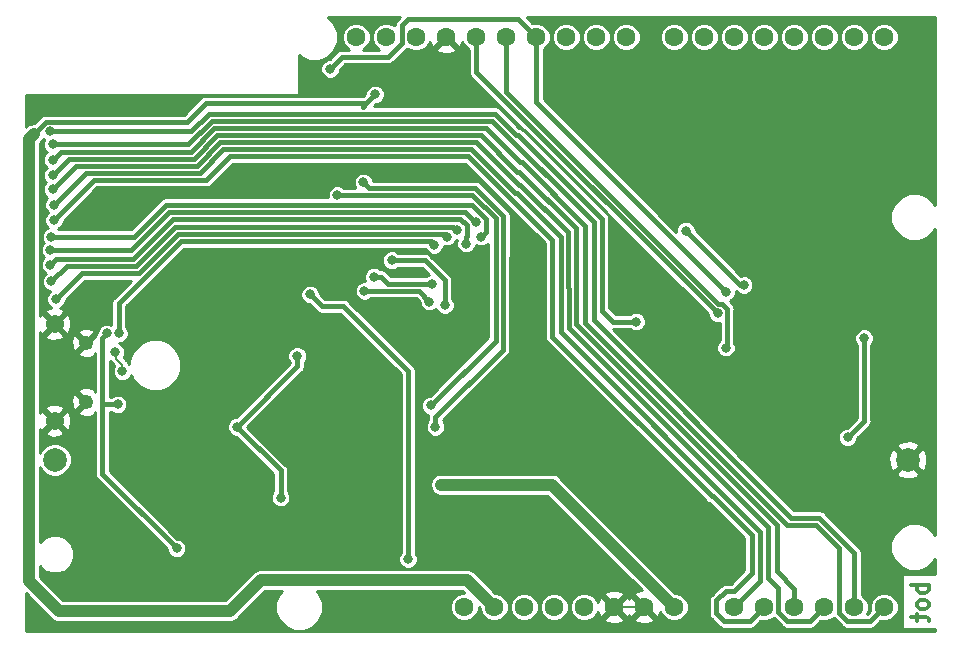
<source format=gbl>
G04 #@! TF.GenerationSoftware,KiCad,Pcbnew,5.0.2-bee76a0~70~ubuntu18.04.1*
G04 #@! TF.CreationDate,2018-12-12T07:55:55+01:00*
G04 #@! TF.ProjectId,esp32-arduino,65737033-322d-4617-9264-75696e6f2e6b,1.0*
G04 #@! TF.SameCoordinates,Original*
G04 #@! TF.FileFunction,Copper,L2,Bot*
G04 #@! TF.FilePolarity,Positive*
%FSLAX46Y46*%
G04 Gerber Fmt 4.6, Leading zero omitted, Abs format (unit mm)*
G04 Created by KiCad (PCBNEW 5.0.2-bee76a0~70~ubuntu18.04.1) date Mi 12 Dez 2018 07:55:55 CET*
%MOMM*%
%LPD*%
G01*
G04 APERTURE LIST*
G04 #@! TA.AperFunction,NonConductor*
%ADD10C,0.300000*%
G04 #@! TD*
G04 #@! TA.AperFunction,ComponentPad*
%ADD11C,1.600000*%
G04 #@! TD*
G04 #@! TA.AperFunction,ComponentPad*
%ADD12C,2.000000*%
G04 #@! TD*
G04 #@! TA.AperFunction,ComponentPad*
%ADD13C,1.550000*%
G04 #@! TD*
G04 #@! TA.AperFunction,ComponentPad*
%ADD14C,1.250000*%
G04 #@! TD*
G04 #@! TA.AperFunction,ViaPad*
%ADD15C,0.800000*%
G04 #@! TD*
G04 #@! TA.AperFunction,Conductor*
%ADD16C,0.200000*%
G04 #@! TD*
G04 #@! TA.AperFunction,Conductor*
%ADD17C,0.400000*%
G04 #@! TD*
G04 #@! TA.AperFunction,Conductor*
%ADD18C,1.000000*%
G04 #@! TD*
G04 #@! TA.AperFunction,Conductor*
%ADD19C,0.254000*%
G04 #@! TD*
G04 APERTURE END LIST*
D10*
X121978571Y-125571428D02*
X120478571Y-125571428D01*
X121050000Y-125571428D02*
X120978571Y-125714285D01*
X120978571Y-126000000D01*
X121050000Y-126142857D01*
X121121428Y-126214285D01*
X121264285Y-126285714D01*
X121692857Y-126285714D01*
X121835714Y-126214285D01*
X121907142Y-126142857D01*
X121978571Y-126000000D01*
X121978571Y-125714285D01*
X121907142Y-125571428D01*
X121978571Y-127142857D02*
X121907142Y-127000000D01*
X121835714Y-126928571D01*
X121692857Y-126857142D01*
X121264285Y-126857142D01*
X121121428Y-126928571D01*
X121050000Y-127000000D01*
X120978571Y-127142857D01*
X120978571Y-127357142D01*
X121050000Y-127500000D01*
X121121428Y-127571428D01*
X121264285Y-127642857D01*
X121692857Y-127642857D01*
X121835714Y-127571428D01*
X121907142Y-127500000D01*
X121978571Y-127357142D01*
X121978571Y-127142857D01*
X120978571Y-128071428D02*
X120978571Y-128642857D01*
X120478571Y-128285714D02*
X121764285Y-128285714D01*
X121907142Y-128357142D01*
X121978571Y-128500000D01*
X121978571Y-128642857D01*
D11*
G04 #@! TO.P,CN1,0*
G04 #@! TO.N,/EXT_RX*
X118200000Y-79200000D03*
G04 #@! TO.P,CN1,8*
G04 #@! TO.N,/ARDUINO_8*
X96356000Y-79200000D03*
G04 #@! TO.P,CN1,9*
G04 #@! TO.N,/ARDUINO_9*
X93816000Y-79200000D03*
G04 #@! TO.P,CN1,10*
G04 #@! TO.N,/SPI_CS_EXT*
X91276000Y-79200000D03*
G04 #@! TO.P,CN1,11*
G04 #@! TO.N,/SPI_MOSI*
X88736000Y-79200000D03*
G04 #@! TO.P,CN1,12*
G04 #@! TO.N,/SPI_MISO*
X86196000Y-79200000D03*
G04 #@! TO.P,CN1,13*
G04 #@! TO.N,/SPI_CLK*
X83656000Y-79200000D03*
G04 #@! TO.P,CN1,14*
G04 #@! TO.N,GND*
X81116000Y-79200000D03*
G04 #@! TO.P,CN1,15*
G04 #@! TO.N,N/C*
X78576000Y-79200000D03*
G04 #@! TO.P,CN1,16*
G04 #@! TO.N,/I2C_SDA*
X76036000Y-79200000D03*
G04 #@! TO.P,CN1,17*
G04 #@! TO.N,/I2C_SCL*
X73496000Y-79200000D03*
G04 #@! TO.P,CN1,1*
G04 #@! TO.N,/EXT_TX*
X115660000Y-79200000D03*
G04 #@! TO.P,CN1,2*
G04 #@! TO.N,/ARDUINO_2*
X113120000Y-79200000D03*
G04 #@! TO.P,CN1,3*
G04 #@! TO.N,/DAC_1*
X110580000Y-79200000D03*
G04 #@! TO.P,CN1,4*
G04 #@! TO.N,/DAC_2*
X108040000Y-79200000D03*
G04 #@! TO.P,CN1,5*
G04 #@! TO.N,/ARDUINO_5*
X105500000Y-79200000D03*
G04 #@! TO.P,CN1,6*
G04 #@! TO.N,/ARDUINO_6*
X102960000Y-79200000D03*
G04 #@! TO.P,CN1,7*
G04 #@! TO.N,/ARDUINO_7*
X100420000Y-79200000D03*
G04 #@! TO.P,CN1,24*
G04 #@! TO.N,+BATT*
X100420000Y-127460000D03*
G04 #@! TO.P,CN1,25*
G04 #@! TO.N,GND*
X97880000Y-127460000D03*
G04 #@! TO.P,CN1,26*
X95340000Y-127460000D03*
G04 #@! TO.P,CN1,27*
G04 #@! TO.N,Net-(CN1-Pad27)*
X92800000Y-127460000D03*
G04 #@! TO.P,CN1,28*
G04 #@! TO.N,+3V3*
X90260000Y-127460000D03*
G04 #@! TO.P,CN1,29*
G04 #@! TO.N,/RESET*
X87720000Y-127460000D03*
G04 #@! TO.P,CN1,30*
G04 #@! TO.N,+3V3*
X85180000Y-127460000D03*
G04 #@! TO.P,CN1,31*
G04 #@! TO.N,N/C*
X82640000Y-127460000D03*
G04 #@! TO.P,CN1,18*
G04 #@! TO.N,/ADC_5*
X118200000Y-127460000D03*
G04 #@! TO.P,CN1,19*
G04 #@! TO.N,/ADC_4*
X115660000Y-127460000D03*
G04 #@! TO.P,CN1,20*
G04 #@! TO.N,/ADC_3*
X113120000Y-127460000D03*
G04 #@! TO.P,CN1,21*
G04 #@! TO.N,/ADC_2*
X110580000Y-127460000D03*
G04 #@! TO.P,CN1,22*
G04 #@! TO.N,/ADC_1*
X108040000Y-127460000D03*
G04 #@! TO.P,CN1,23*
G04 #@! TO.N,/ADC_0*
X105500000Y-127460000D03*
G04 #@! TD*
D12*
G04 #@! TO.P,BT1,2*
G04 #@! TO.N,GND*
X120210000Y-115000000D03*
G04 #@! TO.P,BT1,1*
G04 #@! TO.N,Net-(BT1-Pad1)*
X47990000Y-115000000D03*
G04 #@! TD*
D13*
G04 #@! TO.P,P1,6*
G04 #@! TO.N,GND*
X47962540Y-111700000D03*
X47962540Y-103500000D03*
D14*
X50662540Y-110099100D03*
X50662540Y-105099100D03*
G04 #@! TD*
D15*
G04 #@! TO.N,GND*
X60100000Y-110000000D03*
X71400000Y-104500000D03*
X66700000Y-106600000D03*
X117900000Y-95000000D03*
X117600000Y-89100000D03*
X53800000Y-84490000D03*
X58900000Y-84490000D03*
X76600000Y-90600000D03*
X80300000Y-83900000D03*
X89800000Y-81500000D03*
X105200000Y-81800000D03*
X100900000Y-89500000D03*
X69300000Y-109162500D03*
X69262500Y-110837500D03*
X70937500Y-110837500D03*
X70937500Y-109162500D03*
X53100000Y-120000000D03*
X81000000Y-122100000D03*
X75700000Y-122100000D03*
X75900000Y-128550000D03*
X103200000Y-128600000D03*
X89200000Y-114700000D03*
X87700000Y-111800000D03*
X121300000Y-78000000D03*
G04 #@! TO.N,VIO*
X67100000Y-118200000D03*
X63400000Y-112200000D03*
X68507475Y-106192525D03*
G04 #@! TO.N,/RESET*
X47600000Y-87200000D03*
X97200000Y-103300000D03*
G04 #@! TO.N,VIN*
X52400000Y-104300000D03*
X58300000Y-122500000D03*
X53300000Y-110300000D03*
G04 #@! TO.N,+3V3*
X46200000Y-87400000D03*
X116500000Y-104700000D03*
X115100000Y-113100000D03*
X75100000Y-84050000D03*
G04 #@! TO.N,/BOOT*
X69600000Y-101000000D03*
X77900000Y-123400000D03*
G04 #@! TO.N,+BATT*
X80700000Y-117100000D03*
G04 #@! TO.N,/EXT_RX*
X74200000Y-100700000D03*
X79700000Y-101600000D03*
G04 #@! TO.N,/SPI_MOSI*
X104800000Y-100800000D03*
X71300000Y-81900000D03*
G04 #@! TO.N,/SPI_MISO*
X104800000Y-105500000D03*
G04 #@! TO.N,/SPI_CLK*
X104100000Y-102600000D03*
G04 #@! TO.N,/EXT_TX*
X75000000Y-99500000D03*
X79900000Y-100100000D03*
G04 #@! TO.N,/ARDUINO_2*
X47600000Y-98500000D03*
X82800000Y-96700000D03*
G04 #@! TO.N,/DAC_1*
X47700000Y-96100000D03*
X84100000Y-96100000D03*
G04 #@! TO.N,/DAC_2*
X47600000Y-97200000D03*
X83607746Y-94897446D03*
G04 #@! TO.N,/ARDUINO_5*
X47700000Y-99900000D03*
X82048000Y-95570000D03*
G04 #@! TO.N,/ARDUINO_6*
X48100000Y-101400000D03*
X81200000Y-96100000D03*
G04 #@! TO.N,/ARDUINO_7*
X53400000Y-104300000D03*
X80100000Y-96800000D03*
G04 #@! TO.N,/ADC_5*
X47800000Y-89600000D03*
G04 #@! TO.N,/ADC_4*
X47800000Y-88300000D03*
G04 #@! TO.N,/ADC_3*
X47800000Y-92100000D03*
G04 #@! TO.N,/ADC_2*
X47800000Y-90900000D03*
G04 #@! TO.N,/ADC_1*
X47900000Y-94700000D03*
G04 #@! TO.N,/ADC_0*
X47900000Y-93400000D03*
G04 #@! TO.N,Net-(P1-Pad3)*
X53700000Y-107500000D03*
X53105025Y-105905025D03*
G04 #@! TO.N,/TX*
X74100000Y-91500000D03*
X80200000Y-112200000D03*
G04 #@! TO.N,/RX*
X71900000Y-92600000D03*
X79800000Y-110400000D03*
G04 #@! TO.N,/SPI_CS_SD*
X76500000Y-98100000D03*
X101400000Y-95600000D03*
X106300000Y-100200000D03*
X81000000Y-101900000D03*
G04 #@! TD*
D16*
G04 #@! TO.N,GND*
X96471370Y-127460000D02*
X97880000Y-127460000D01*
X95340000Y-127460000D02*
X96471370Y-127460000D01*
X60300900Y-104262540D02*
X61184783Y-104262540D01*
X60300900Y-104262540D02*
X60300900Y-109999100D01*
X60300900Y-109999100D02*
X60300000Y-110000000D01*
X60300000Y-110000000D02*
X60100000Y-110000000D01*
X65538360Y-104500000D02*
X65300900Y-104262540D01*
X71400000Y-104500000D02*
X65538360Y-104500000D01*
X64700000Y-104434315D02*
X64700000Y-104262540D01*
X65000000Y-104734315D02*
X64700000Y-104434315D01*
X65000000Y-105300000D02*
X65000000Y-104734315D01*
X61184783Y-104262540D02*
X64700000Y-104262540D01*
X64700000Y-104262540D02*
X65300900Y-104262540D01*
D17*
X117900000Y-95000000D02*
X117900000Y-89400000D01*
X117900000Y-89400000D02*
X117600000Y-89100000D01*
G04 #@! TO.N,VIO*
X67100000Y-115900000D02*
X63400000Y-112200000D01*
X67100000Y-118200000D02*
X67100000Y-115900000D01*
X68507475Y-107092525D02*
X63400000Y-112200000D01*
X68507475Y-106192525D02*
X68507475Y-107092525D01*
G04 #@! TO.N,/RESET*
X95215998Y-103300000D02*
X97200000Y-103300000D01*
X94300000Y-102384002D02*
X95215998Y-103300000D01*
X94300000Y-94600000D02*
X94300000Y-102384002D01*
X47600000Y-87200000D02*
X59500000Y-87200000D01*
X59500000Y-87200000D02*
X60999990Y-85700010D01*
X87048542Y-87500000D02*
X87200000Y-87500000D01*
X60999990Y-85700010D02*
X85248552Y-85700010D01*
X85248552Y-85700010D02*
X87048542Y-87500000D01*
X87200000Y-87500000D02*
X94300000Y-94600000D01*
G04 #@! TO.N,VIN*
X52400000Y-104300000D02*
X52000001Y-104699999D01*
X52000001Y-116200001D02*
X58300000Y-122500000D01*
X53300000Y-110300000D02*
X52000001Y-110300000D01*
X52000001Y-104699999D02*
X52000001Y-110300000D01*
X52000001Y-110300000D02*
X52000001Y-116200001D01*
G04 #@! TO.N,+3V3*
X115100000Y-113100000D02*
X116500000Y-111700000D01*
X116500000Y-111700000D02*
X116500000Y-105800000D01*
X116500000Y-105800000D02*
X116500000Y-104700000D01*
D18*
X82892499Y-125172499D02*
X85180000Y-127460000D01*
X46200000Y-87400000D02*
X45775010Y-87824990D01*
X48300000Y-127800000D02*
X62800000Y-127800000D01*
X65427501Y-125172499D02*
X82892499Y-125172499D01*
X45775010Y-87824990D02*
X45775010Y-125275010D01*
X45775010Y-125275010D02*
X48300000Y-127800000D01*
X62800000Y-127800000D02*
X65427501Y-125172499D01*
D17*
X74350000Y-84800000D02*
X60800000Y-84800000D01*
X74350000Y-84800000D02*
X74050000Y-85100000D01*
X75100000Y-84050000D02*
X74350000Y-84800000D01*
X60800000Y-84800000D02*
X59200000Y-86400000D01*
X47200000Y-86400000D02*
X46200000Y-87400000D01*
X59200000Y-86400000D02*
X47200000Y-86400000D01*
G04 #@! TO.N,/BOOT*
X70600001Y-102000001D02*
X72400001Y-102000001D01*
X69600000Y-101000000D02*
X70600001Y-102000001D01*
X77900000Y-107500000D02*
X72500000Y-102100000D01*
X77900000Y-123400000D02*
X77900000Y-107500000D01*
D16*
X72500000Y-102100000D02*
X72400001Y-102000001D01*
D18*
G04 #@! TO.N,+BATT*
X90060000Y-117100000D02*
X80700000Y-117100000D01*
X100420000Y-127460000D02*
X90060000Y-117100000D01*
D17*
G04 #@! TO.N,/EXT_RX*
X78800000Y-100700000D02*
X74200000Y-100700000D01*
X79700000Y-101600000D02*
X78800000Y-100700000D01*
G04 #@! TO.N,/SPI_MOSI*
X88736000Y-84736000D02*
X88736000Y-79200000D01*
X104800000Y-100800000D02*
X88736000Y-84736000D01*
X88736000Y-79200000D02*
X87236000Y-77700000D01*
X87236000Y-77700000D02*
X77900000Y-77700000D01*
X77900000Y-77700000D02*
X77375999Y-78224001D01*
X77375999Y-78224001D02*
X77375999Y-79724001D01*
X77375999Y-79724001D02*
X76200000Y-80900000D01*
X76200000Y-80900000D02*
X72300000Y-80900000D01*
X72300000Y-80900000D02*
X71300000Y-81900000D01*
G04 #@! TO.N,/SPI_MISO*
X104484002Y-101800000D02*
X104148542Y-101800000D01*
X104900001Y-102215999D02*
X104484002Y-101800000D01*
X104800000Y-105500000D02*
X104900001Y-105399999D01*
X104900001Y-105399999D02*
X104900001Y-102215999D01*
X86196000Y-83847458D02*
X86196000Y-79200000D01*
X104148542Y-101800000D02*
X86196000Y-83847458D01*
G04 #@! TO.N,/SPI_CLK*
X83656000Y-82156000D02*
X83656000Y-79200000D01*
X104100000Y-102600000D02*
X83656000Y-82156000D01*
G04 #@! TO.N,/EXT_TX*
X76165685Y-100100000D02*
X76400000Y-100100000D01*
X75565685Y-99500000D02*
X76165685Y-100100000D01*
X75000000Y-99500000D02*
X75565685Y-99500000D01*
X76400000Y-100100000D02*
X79900000Y-100100000D01*
G04 #@! TO.N,/ARDUINO_2*
X82848001Y-96086314D02*
X82848001Y-95700000D01*
X82800000Y-96134315D02*
X82848001Y-96086314D01*
X82800000Y-96700000D02*
X82800000Y-96134315D01*
X82848001Y-95948001D02*
X82848001Y-95700000D01*
X54600000Y-98000001D02*
X48099999Y-98000001D01*
X57999981Y-94600020D02*
X54600000Y-98000001D01*
X82848001Y-95148021D02*
X82300000Y-94600020D01*
X48099999Y-98000001D02*
X47600000Y-98500000D01*
X82300000Y-94600020D02*
X57999981Y-94600020D01*
X82848001Y-95700000D02*
X82848001Y-95148021D01*
G04 #@! TO.N,/DAC_1*
X57400000Y-93400000D02*
X54700000Y-96100000D01*
X47700000Y-96100000D02*
X54700000Y-96100000D01*
X74700000Y-93400000D02*
X57400000Y-93400000D01*
X74700000Y-93400000D02*
X82400000Y-93400000D01*
X84499999Y-94605697D02*
X84499999Y-95700001D01*
X84499999Y-95700001D02*
X84100000Y-96100000D01*
X83294302Y-93400000D02*
X84499999Y-94605697D01*
X82400000Y-93400000D02*
X83294302Y-93400000D01*
G04 #@! TO.N,/DAC_2*
X54448542Y-97200000D02*
X57648532Y-94000010D01*
X47600000Y-97200000D02*
X54448542Y-97200000D01*
X57648532Y-94000010D02*
X72800000Y-94000010D01*
X81200000Y-94000010D02*
X82700010Y-94000010D01*
X72800000Y-94000010D02*
X81200000Y-94000010D01*
X82700010Y-94000010D02*
X83597446Y-94897446D01*
X83597446Y-94897446D02*
X83607746Y-94897446D01*
G04 #@! TO.N,/ARDUINO_5*
X54848532Y-98600011D02*
X48999989Y-98600011D01*
X58148543Y-95300000D02*
X54848532Y-98600011D01*
X81700000Y-95300000D02*
X58148543Y-95300000D01*
X48999989Y-98600011D02*
X47700000Y-99900000D01*
X82048000Y-95570000D02*
X81970000Y-95570000D01*
X81970000Y-95570000D02*
X81700000Y-95300000D01*
G04 #@! TO.N,/ARDUINO_6*
X58397075Y-95900010D02*
X55097064Y-99200021D01*
X81000010Y-95900010D02*
X58397075Y-95900010D01*
X50299979Y-99200021D02*
X48100000Y-101400000D01*
X55097064Y-99200021D02*
X50299979Y-99200021D01*
X81200000Y-96100000D02*
X81000010Y-95900010D01*
G04 #@! TO.N,/ARDUINO_7*
X53400000Y-103100000D02*
X53400000Y-104300000D01*
X53400000Y-101745627D02*
X53400000Y-103100000D01*
X58645607Y-96500020D02*
X53400000Y-101745627D01*
X79800020Y-96500020D02*
X58645607Y-96500020D01*
X80100000Y-96800000D02*
X79800020Y-96500020D01*
G04 #@! TO.N,/ADC_5*
X116999999Y-128660001D02*
X118200000Y-127460000D01*
X114400000Y-127976002D02*
X115083999Y-128660001D01*
X114400000Y-122480998D02*
X114400000Y-127976002D01*
X112419002Y-120500000D02*
X114400000Y-122480998D01*
X92900000Y-95200000D02*
X92900000Y-103400000D01*
X48499990Y-88900010D02*
X59500000Y-88900010D01*
X59500000Y-88900010D02*
X61499980Y-86900030D01*
X110000000Y-120500000D02*
X112419002Y-120500000D01*
X47800000Y-89600000D02*
X48499990Y-88900010D01*
X115083999Y-128660001D02*
X116999999Y-128660001D01*
X87348542Y-89800000D02*
X87500000Y-89800000D01*
X92900000Y-103400000D02*
X110000000Y-120500000D01*
X61499980Y-86900030D02*
X84448572Y-86900030D01*
X87500000Y-89800000D02*
X92900000Y-95200000D01*
X84448572Y-86900030D02*
X87348542Y-89800000D01*
G04 #@! TO.N,/ADC_4*
X59200000Y-88300000D02*
X47800000Y-88300000D01*
X85000020Y-86300020D02*
X61248522Y-86300020D01*
X59248542Y-88300000D02*
X59200000Y-88300000D01*
X115660000Y-127460000D02*
X115660000Y-122860000D01*
X115660000Y-122860000D02*
X112700000Y-119900000D01*
X61248522Y-86300020D02*
X59248542Y-88300000D01*
X112700000Y-119900000D02*
X110300000Y-119900000D01*
X110300000Y-119900000D02*
X93600000Y-103200000D01*
X93600000Y-103200000D02*
X93600000Y-94900000D01*
X93600000Y-94900000D02*
X85000020Y-86300020D01*
G04 #@! TO.N,/ADC_3*
X87248542Y-91700000D02*
X87400000Y-91700000D01*
X87400000Y-91700000D02*
X91400010Y-95700010D01*
X83648592Y-88100050D02*
X87248542Y-91700000D01*
X111919999Y-128660001D02*
X113120000Y-127460000D01*
X109240001Y-125840001D02*
X109240001Y-127896003D01*
X108400000Y-120700000D02*
X108400000Y-125000000D01*
X47800000Y-92100000D02*
X49799970Y-90100030D01*
X91500000Y-103800000D02*
X108400000Y-120700000D01*
X59997064Y-90100030D02*
X61997044Y-88100050D01*
X91400010Y-95700010D02*
X91400010Y-100400010D01*
X49799970Y-90100030D02*
X59997064Y-90100030D01*
X91400010Y-100400010D02*
X91500000Y-100500000D01*
X91500000Y-100500000D02*
X91500000Y-103800000D01*
X108400000Y-125000000D02*
X109240001Y-125840001D01*
X61997044Y-88100050D02*
X83648592Y-88100050D01*
X109240001Y-127896003D02*
X110003999Y-128660001D01*
X110003999Y-128660001D02*
X111919999Y-128660001D01*
G04 #@! TO.N,/ADC_2*
X87148542Y-90600000D02*
X84048582Y-87500040D01*
X49199980Y-89500020D02*
X47800000Y-90900000D01*
X87300000Y-90600000D02*
X87148542Y-90600000D01*
X92100000Y-95400000D02*
X87300000Y-90600000D01*
X110580000Y-127460000D02*
X110580000Y-125920000D01*
X110580000Y-125920000D02*
X110600000Y-125900000D01*
X109100000Y-124400000D02*
X109100000Y-120500000D01*
X84048582Y-87500040D02*
X61748512Y-87500040D01*
X110600000Y-125900000D02*
X109100000Y-124400000D01*
X61748512Y-87500040D02*
X59748532Y-89500020D01*
X92100000Y-103500000D02*
X92100000Y-95400000D01*
X59748532Y-89500020D02*
X49199980Y-89500020D01*
X109100000Y-120500000D02*
X92100000Y-103500000D01*
G04 #@! TO.N,/ADC_1*
X51299950Y-91300050D02*
X47900000Y-94700000D01*
X104000000Y-126900000D02*
X104800000Y-126100000D01*
X104800000Y-126100000D02*
X105500000Y-126100000D01*
X106839999Y-128660001D02*
X104660001Y-128660001D01*
X108040000Y-127460000D02*
X106839999Y-128660001D01*
X105500000Y-126100000D02*
X107000000Y-124600000D01*
X83000070Y-89300070D02*
X62799980Y-89300070D01*
X104000000Y-128000000D02*
X104000000Y-126900000D01*
X104660001Y-128660001D02*
X104000000Y-128000000D01*
X107000000Y-124600000D02*
X107000000Y-121400000D01*
X90100000Y-104600000D02*
X90100000Y-96400000D01*
X107000000Y-121400000D02*
X103700000Y-118100000D01*
X103600000Y-118100000D02*
X90100000Y-104600000D01*
X62799980Y-89300070D02*
X60800000Y-91300050D01*
X103700000Y-118100000D02*
X103600000Y-118100000D01*
X60800000Y-91300050D02*
X51299950Y-91300050D01*
X90100000Y-96400000D02*
X83000070Y-89300070D01*
G04 #@! TO.N,/ADC_0*
X107700000Y-121100000D02*
X107700000Y-125260000D01*
X90800000Y-104200000D02*
X107700000Y-121100000D01*
X90800000Y-96100000D02*
X90800000Y-104200000D01*
X87100000Y-92400000D02*
X90800000Y-96100000D01*
X60245596Y-90700040D02*
X62245576Y-88700060D01*
X83248602Y-88700060D02*
X86948542Y-92400000D01*
X62245576Y-88700060D02*
X83248602Y-88700060D01*
X107700000Y-125260000D02*
X105500000Y-127460000D01*
X50599960Y-90700040D02*
X60245596Y-90700040D01*
X47900000Y-93400000D02*
X50599960Y-90700040D01*
X86948542Y-92400000D02*
X87100000Y-92400000D01*
D16*
G04 #@! TO.N,Net-(P1-Pad3)*
X53700000Y-106934315D02*
X53200000Y-106434315D01*
X53700000Y-107500000D02*
X53700000Y-106934315D01*
X53200000Y-106434315D02*
X53200000Y-106000000D01*
X53200000Y-106000000D02*
X53105025Y-105905025D01*
D17*
G04 #@! TO.N,/TX*
X80200000Y-111400000D02*
X80200000Y-112200000D01*
X83591376Y-91999990D02*
X85948542Y-94357156D01*
X78400010Y-91999990D02*
X83591376Y-91999990D01*
X85948542Y-97651458D02*
X85900010Y-97699990D01*
X85948542Y-94357156D02*
X85948542Y-97651458D01*
X78400000Y-92000000D02*
X78400010Y-91999990D01*
X85900010Y-105699990D02*
X80200000Y-111400000D01*
X85900010Y-97699990D02*
X85900010Y-105699990D01*
X74600000Y-92000000D02*
X78400000Y-92000000D01*
X74100000Y-91500000D02*
X74600000Y-92000000D01*
G04 #@! TO.N,/RX*
X85300000Y-94557156D02*
X85300000Y-104900000D01*
X85300000Y-104900000D02*
X79800000Y-110400000D01*
X83342844Y-92600000D02*
X85300000Y-94557156D01*
X78700000Y-92600000D02*
X71900000Y-92600000D01*
X78700000Y-92600000D02*
X83342844Y-92600000D01*
G04 #@! TO.N,/SPI_CS_SD*
X101400000Y-95600000D02*
X106000000Y-100200000D01*
X106000000Y-100200000D02*
X106300000Y-100200000D01*
X81000000Y-101900000D02*
X81000000Y-99800000D01*
X76500000Y-98100000D02*
X79300000Y-98100000D01*
X81000000Y-99800000D02*
X79300000Y-98100000D01*
G04 #@! TD*
D19*
G04 #@! TO.N,GND*
G36*
X76976308Y-77736981D02*
X76923958Y-77771960D01*
X76785379Y-77979359D01*
X76748999Y-78162252D01*
X76748999Y-78162255D01*
X76746427Y-78175188D01*
X76731039Y-78159800D01*
X76280065Y-77973000D01*
X75791935Y-77973000D01*
X75340961Y-78159800D01*
X74995800Y-78504961D01*
X74809000Y-78955935D01*
X74809000Y-79444065D01*
X74995800Y-79895039D01*
X75340961Y-80240200D01*
X75420147Y-80273000D01*
X74111853Y-80273000D01*
X74191039Y-80240200D01*
X74536200Y-79895039D01*
X74723000Y-79444065D01*
X74723000Y-78955935D01*
X74536200Y-78504961D01*
X74191039Y-78159800D01*
X73740065Y-77973000D01*
X73251935Y-77973000D01*
X72800961Y-78159800D01*
X72455800Y-78504961D01*
X72269000Y-78955935D01*
X72269000Y-79444065D01*
X72455800Y-79895039D01*
X72800961Y-80240200D01*
X72880147Y-80273000D01*
X72361746Y-80273000D01*
X72300000Y-80260718D01*
X72238254Y-80273000D01*
X72238250Y-80273000D01*
X72055357Y-80309380D01*
X71900308Y-80412980D01*
X71900307Y-80412981D01*
X71847959Y-80447959D01*
X71812981Y-80500307D01*
X71240289Y-81073000D01*
X71135499Y-81073000D01*
X70831542Y-81198903D01*
X70598903Y-81431542D01*
X70473000Y-81735499D01*
X70473000Y-82064501D01*
X70598903Y-82368458D01*
X70831542Y-82601097D01*
X71135499Y-82727000D01*
X71464501Y-82727000D01*
X71768458Y-82601097D01*
X72001097Y-82368458D01*
X72127000Y-82064501D01*
X72127000Y-81959711D01*
X72559712Y-81527000D01*
X76138254Y-81527000D01*
X76200000Y-81539282D01*
X76261746Y-81527000D01*
X76261750Y-81527000D01*
X76444643Y-81490620D01*
X76652041Y-81352041D01*
X76687021Y-81299690D01*
X77775689Y-80211022D01*
X77821304Y-80180543D01*
X77880961Y-80240200D01*
X78331935Y-80427000D01*
X78820065Y-80427000D01*
X79271039Y-80240200D01*
X79303494Y-80207745D01*
X80287861Y-80207745D01*
X80361995Y-80453864D01*
X80899223Y-80646965D01*
X81469454Y-80619778D01*
X81870005Y-80453864D01*
X81944139Y-80207745D01*
X81116000Y-79379605D01*
X80287861Y-80207745D01*
X79303494Y-80207745D01*
X79616200Y-79895039D01*
X79726956Y-79627652D01*
X79862136Y-79954005D01*
X80108255Y-80028139D01*
X80936395Y-79200000D01*
X80922252Y-79185858D01*
X81101858Y-79006252D01*
X81116000Y-79020395D01*
X81130142Y-79006252D01*
X81309748Y-79185858D01*
X81295605Y-79200000D01*
X82123745Y-80028139D01*
X82369864Y-79954005D01*
X82495473Y-79604546D01*
X82615800Y-79895039D01*
X82960961Y-80240200D01*
X83029001Y-80268383D01*
X83029000Y-82094254D01*
X83016718Y-82156000D01*
X83029000Y-82217746D01*
X83029000Y-82217749D01*
X83065380Y-82400642D01*
X83203959Y-82608041D01*
X83256310Y-82643021D01*
X103273000Y-102659712D01*
X103273000Y-102764501D01*
X103398903Y-103068458D01*
X103631542Y-103301097D01*
X103935499Y-103427000D01*
X104264501Y-103427000D01*
X104273002Y-103423479D01*
X104273001Y-104857444D01*
X104098903Y-105031542D01*
X103973000Y-105335499D01*
X103973000Y-105664501D01*
X104098903Y-105968458D01*
X104331542Y-106201097D01*
X104635499Y-106327000D01*
X104964501Y-106327000D01*
X105268458Y-106201097D01*
X105501097Y-105968458D01*
X105627000Y-105664501D01*
X105627000Y-105335499D01*
X105527001Y-105094080D01*
X105527001Y-102277743D01*
X105539283Y-102215998D01*
X105527001Y-102154253D01*
X105527001Y-102154249D01*
X105490621Y-101971356D01*
X105352042Y-101763958D01*
X105299694Y-101728980D01*
X105129407Y-101558694D01*
X105268458Y-101501097D01*
X105501097Y-101268458D01*
X105627000Y-100964501D01*
X105627000Y-100704855D01*
X105652012Y-100721567D01*
X105831542Y-100901097D01*
X106135499Y-101027000D01*
X106464501Y-101027000D01*
X106768458Y-100901097D01*
X107001097Y-100668458D01*
X107127000Y-100364501D01*
X107127000Y-100035499D01*
X107001097Y-99731542D01*
X106768458Y-99498903D01*
X106464501Y-99373000D01*
X106135499Y-99373000D01*
X106081909Y-99395198D01*
X102227000Y-95540289D01*
X102227000Y-95435499D01*
X102101097Y-95131542D01*
X101868458Y-94898903D01*
X101564501Y-94773000D01*
X101235499Y-94773000D01*
X100931542Y-94898903D01*
X100698903Y-95131542D01*
X100573000Y-95435499D01*
X100573000Y-95686288D01*
X89363000Y-84476289D01*
X89363000Y-80268383D01*
X89431039Y-80240200D01*
X89776200Y-79895039D01*
X89963000Y-79444065D01*
X89963000Y-78955935D01*
X90049000Y-78955935D01*
X90049000Y-79444065D01*
X90235800Y-79895039D01*
X90580961Y-80240200D01*
X91031935Y-80427000D01*
X91520065Y-80427000D01*
X91971039Y-80240200D01*
X92316200Y-79895039D01*
X92503000Y-79444065D01*
X92503000Y-78955935D01*
X92589000Y-78955935D01*
X92589000Y-79444065D01*
X92775800Y-79895039D01*
X93120961Y-80240200D01*
X93571935Y-80427000D01*
X94060065Y-80427000D01*
X94511039Y-80240200D01*
X94856200Y-79895039D01*
X95043000Y-79444065D01*
X95043000Y-78955935D01*
X95129000Y-78955935D01*
X95129000Y-79444065D01*
X95315800Y-79895039D01*
X95660961Y-80240200D01*
X96111935Y-80427000D01*
X96600065Y-80427000D01*
X97051039Y-80240200D01*
X97396200Y-79895039D01*
X97583000Y-79444065D01*
X97583000Y-78955935D01*
X99193000Y-78955935D01*
X99193000Y-79444065D01*
X99379800Y-79895039D01*
X99724961Y-80240200D01*
X100175935Y-80427000D01*
X100664065Y-80427000D01*
X101115039Y-80240200D01*
X101460200Y-79895039D01*
X101647000Y-79444065D01*
X101647000Y-78955935D01*
X101733000Y-78955935D01*
X101733000Y-79444065D01*
X101919800Y-79895039D01*
X102264961Y-80240200D01*
X102715935Y-80427000D01*
X103204065Y-80427000D01*
X103655039Y-80240200D01*
X104000200Y-79895039D01*
X104187000Y-79444065D01*
X104187000Y-78955935D01*
X104273000Y-78955935D01*
X104273000Y-79444065D01*
X104459800Y-79895039D01*
X104804961Y-80240200D01*
X105255935Y-80427000D01*
X105744065Y-80427000D01*
X106195039Y-80240200D01*
X106540200Y-79895039D01*
X106727000Y-79444065D01*
X106727000Y-78955935D01*
X106813000Y-78955935D01*
X106813000Y-79444065D01*
X106999800Y-79895039D01*
X107344961Y-80240200D01*
X107795935Y-80427000D01*
X108284065Y-80427000D01*
X108735039Y-80240200D01*
X109080200Y-79895039D01*
X109267000Y-79444065D01*
X109267000Y-78955935D01*
X109353000Y-78955935D01*
X109353000Y-79444065D01*
X109539800Y-79895039D01*
X109884961Y-80240200D01*
X110335935Y-80427000D01*
X110824065Y-80427000D01*
X111275039Y-80240200D01*
X111620200Y-79895039D01*
X111807000Y-79444065D01*
X111807000Y-78955935D01*
X111893000Y-78955935D01*
X111893000Y-79444065D01*
X112079800Y-79895039D01*
X112424961Y-80240200D01*
X112875935Y-80427000D01*
X113364065Y-80427000D01*
X113815039Y-80240200D01*
X114160200Y-79895039D01*
X114347000Y-79444065D01*
X114347000Y-78955935D01*
X114433000Y-78955935D01*
X114433000Y-79444065D01*
X114619800Y-79895039D01*
X114964961Y-80240200D01*
X115415935Y-80427000D01*
X115904065Y-80427000D01*
X116355039Y-80240200D01*
X116700200Y-79895039D01*
X116887000Y-79444065D01*
X116887000Y-78955935D01*
X116973000Y-78955935D01*
X116973000Y-79444065D01*
X117159800Y-79895039D01*
X117504961Y-80240200D01*
X117955935Y-80427000D01*
X118444065Y-80427000D01*
X118895039Y-80240200D01*
X119240200Y-79895039D01*
X119427000Y-79444065D01*
X119427000Y-78955935D01*
X119240200Y-78504961D01*
X118895039Y-78159800D01*
X118444065Y-77973000D01*
X117955935Y-77973000D01*
X117504961Y-78159800D01*
X117159800Y-78504961D01*
X116973000Y-78955935D01*
X116887000Y-78955935D01*
X116700200Y-78504961D01*
X116355039Y-78159800D01*
X115904065Y-77973000D01*
X115415935Y-77973000D01*
X114964961Y-78159800D01*
X114619800Y-78504961D01*
X114433000Y-78955935D01*
X114347000Y-78955935D01*
X114160200Y-78504961D01*
X113815039Y-78159800D01*
X113364065Y-77973000D01*
X112875935Y-77973000D01*
X112424961Y-78159800D01*
X112079800Y-78504961D01*
X111893000Y-78955935D01*
X111807000Y-78955935D01*
X111620200Y-78504961D01*
X111275039Y-78159800D01*
X110824065Y-77973000D01*
X110335935Y-77973000D01*
X109884961Y-78159800D01*
X109539800Y-78504961D01*
X109353000Y-78955935D01*
X109267000Y-78955935D01*
X109080200Y-78504961D01*
X108735039Y-78159800D01*
X108284065Y-77973000D01*
X107795935Y-77973000D01*
X107344961Y-78159800D01*
X106999800Y-78504961D01*
X106813000Y-78955935D01*
X106727000Y-78955935D01*
X106540200Y-78504961D01*
X106195039Y-78159800D01*
X105744065Y-77973000D01*
X105255935Y-77973000D01*
X104804961Y-78159800D01*
X104459800Y-78504961D01*
X104273000Y-78955935D01*
X104187000Y-78955935D01*
X104000200Y-78504961D01*
X103655039Y-78159800D01*
X103204065Y-77973000D01*
X102715935Y-77973000D01*
X102264961Y-78159800D01*
X101919800Y-78504961D01*
X101733000Y-78955935D01*
X101647000Y-78955935D01*
X101460200Y-78504961D01*
X101115039Y-78159800D01*
X100664065Y-77973000D01*
X100175935Y-77973000D01*
X99724961Y-78159800D01*
X99379800Y-78504961D01*
X99193000Y-78955935D01*
X97583000Y-78955935D01*
X97396200Y-78504961D01*
X97051039Y-78159800D01*
X96600065Y-77973000D01*
X96111935Y-77973000D01*
X95660961Y-78159800D01*
X95315800Y-78504961D01*
X95129000Y-78955935D01*
X95043000Y-78955935D01*
X94856200Y-78504961D01*
X94511039Y-78159800D01*
X94060065Y-77973000D01*
X93571935Y-77973000D01*
X93120961Y-78159800D01*
X92775800Y-78504961D01*
X92589000Y-78955935D01*
X92503000Y-78955935D01*
X92316200Y-78504961D01*
X91971039Y-78159800D01*
X91520065Y-77973000D01*
X91031935Y-77973000D01*
X90580961Y-78159800D01*
X90235800Y-78504961D01*
X90049000Y-78955935D01*
X89963000Y-78955935D01*
X89776200Y-78504961D01*
X89431039Y-78159800D01*
X88980065Y-77973000D01*
X88491935Y-77973000D01*
X88423895Y-78001183D01*
X87924711Y-77502000D01*
X122498001Y-77502000D01*
X122498001Y-93420049D01*
X122447810Y-93298878D01*
X121881122Y-92732190D01*
X121140709Y-92425500D01*
X120339291Y-92425500D01*
X119598878Y-92732190D01*
X119032190Y-93298878D01*
X118725500Y-94039291D01*
X118725500Y-94840709D01*
X119032190Y-95581122D01*
X119598878Y-96147810D01*
X120339291Y-96454500D01*
X121140709Y-96454500D01*
X121881122Y-96147810D01*
X122447810Y-95581122D01*
X122498001Y-95459951D01*
X122498000Y-121360047D01*
X122447810Y-121238878D01*
X121881122Y-120672190D01*
X121140709Y-120365500D01*
X120339291Y-120365500D01*
X119598878Y-120672190D01*
X119032190Y-121238878D01*
X118725500Y-121979291D01*
X118725500Y-122780709D01*
X119032190Y-123521122D01*
X119598878Y-124087810D01*
X120339291Y-124394500D01*
X121140709Y-124394500D01*
X121881122Y-124087810D01*
X122447810Y-123521122D01*
X122498000Y-123399953D01*
X122498000Y-124637285D01*
X119718000Y-124637285D01*
X119718000Y-129362714D01*
X122498000Y-129362714D01*
X122498000Y-129498000D01*
X45502000Y-129498000D01*
X45502000Y-126312975D01*
X47579951Y-128390927D01*
X47631670Y-128468330D01*
X47938303Y-128673215D01*
X48208698Y-128727000D01*
X48208699Y-128727000D01*
X48299999Y-128745161D01*
X48391300Y-128727000D01*
X62708700Y-128727000D01*
X62800000Y-128745161D01*
X62891300Y-128727000D01*
X62891302Y-128727000D01*
X63161697Y-128673215D01*
X63468330Y-128468330D01*
X63520051Y-128390925D01*
X65811477Y-126099499D01*
X67181569Y-126099499D01*
X66962190Y-126318878D01*
X66655500Y-127059291D01*
X66655500Y-127860709D01*
X66962190Y-128601122D01*
X67528878Y-129167810D01*
X68269291Y-129474500D01*
X69070709Y-129474500D01*
X69811122Y-129167810D01*
X70377810Y-128601122D01*
X70684500Y-127860709D01*
X70684500Y-127059291D01*
X70377810Y-126318878D01*
X70158431Y-126099499D01*
X82508524Y-126099499D01*
X82642025Y-126233000D01*
X82395935Y-126233000D01*
X81944961Y-126419800D01*
X81599800Y-126764961D01*
X81413000Y-127215935D01*
X81413000Y-127704065D01*
X81599800Y-128155039D01*
X81944961Y-128500200D01*
X82395935Y-128687000D01*
X82884065Y-128687000D01*
X83335039Y-128500200D01*
X83680200Y-128155039D01*
X83867000Y-127704065D01*
X83867000Y-127457976D01*
X83953000Y-127543976D01*
X83953000Y-127704065D01*
X84139800Y-128155039D01*
X84484961Y-128500200D01*
X84935935Y-128687000D01*
X85424065Y-128687000D01*
X85875039Y-128500200D01*
X86220200Y-128155039D01*
X86407000Y-127704065D01*
X86407000Y-127215935D01*
X86493000Y-127215935D01*
X86493000Y-127704065D01*
X86679800Y-128155039D01*
X87024961Y-128500200D01*
X87475935Y-128687000D01*
X87964065Y-128687000D01*
X88415039Y-128500200D01*
X88760200Y-128155039D01*
X88947000Y-127704065D01*
X88947000Y-127215935D01*
X89033000Y-127215935D01*
X89033000Y-127704065D01*
X89219800Y-128155039D01*
X89564961Y-128500200D01*
X90015935Y-128687000D01*
X90504065Y-128687000D01*
X90955039Y-128500200D01*
X91300200Y-128155039D01*
X91487000Y-127704065D01*
X91487000Y-127215935D01*
X91573000Y-127215935D01*
X91573000Y-127704065D01*
X91759800Y-128155039D01*
X92104961Y-128500200D01*
X92555935Y-128687000D01*
X93044065Y-128687000D01*
X93495039Y-128500200D01*
X93527494Y-128467745D01*
X94511861Y-128467745D01*
X94585995Y-128713864D01*
X95123223Y-128906965D01*
X95693454Y-128879778D01*
X96094005Y-128713864D01*
X96168139Y-128467745D01*
X97051861Y-128467745D01*
X97125995Y-128713864D01*
X97663223Y-128906965D01*
X98233454Y-128879778D01*
X98634005Y-128713864D01*
X98708139Y-128467745D01*
X97880000Y-127639605D01*
X97051861Y-128467745D01*
X96168139Y-128467745D01*
X95340000Y-127639605D01*
X94511861Y-128467745D01*
X93527494Y-128467745D01*
X93840200Y-128155039D01*
X93950956Y-127887652D01*
X94086136Y-128214005D01*
X94332255Y-128288139D01*
X95160395Y-127460000D01*
X95519605Y-127460000D01*
X96347745Y-128288139D01*
X96593864Y-128214005D01*
X96608858Y-128172291D01*
X96626136Y-128214005D01*
X96872255Y-128288139D01*
X97700395Y-127460000D01*
X96872255Y-126631861D01*
X96626136Y-126705995D01*
X96611142Y-126747709D01*
X96593864Y-126705995D01*
X96347745Y-126631861D01*
X95519605Y-127460000D01*
X95160395Y-127460000D01*
X94332255Y-126631861D01*
X94086136Y-126705995D01*
X93960527Y-127055454D01*
X93840200Y-126764961D01*
X93527494Y-126452255D01*
X94511861Y-126452255D01*
X95340000Y-127280395D01*
X96168139Y-126452255D01*
X96094005Y-126206136D01*
X95556777Y-126013035D01*
X94986546Y-126040222D01*
X94585995Y-126206136D01*
X94511861Y-126452255D01*
X93527494Y-126452255D01*
X93495039Y-126419800D01*
X93044065Y-126233000D01*
X92555935Y-126233000D01*
X92104961Y-126419800D01*
X91759800Y-126764961D01*
X91573000Y-127215935D01*
X91487000Y-127215935D01*
X91300200Y-126764961D01*
X90955039Y-126419800D01*
X90504065Y-126233000D01*
X90015935Y-126233000D01*
X89564961Y-126419800D01*
X89219800Y-126764961D01*
X89033000Y-127215935D01*
X88947000Y-127215935D01*
X88760200Y-126764961D01*
X88415039Y-126419800D01*
X87964065Y-126233000D01*
X87475935Y-126233000D01*
X87024961Y-126419800D01*
X86679800Y-126764961D01*
X86493000Y-127215935D01*
X86407000Y-127215935D01*
X86220200Y-126764961D01*
X85875039Y-126419800D01*
X85424065Y-126233000D01*
X85263976Y-126233000D01*
X83612550Y-124581574D01*
X83560829Y-124504169D01*
X83254196Y-124299284D01*
X82983801Y-124245499D01*
X82983799Y-124245499D01*
X82892499Y-124227338D01*
X82801199Y-124245499D01*
X65518802Y-124245499D01*
X65427501Y-124227338D01*
X65336200Y-124245499D01*
X65336199Y-124245499D01*
X65065804Y-124299284D01*
X64759171Y-124504169D01*
X64707452Y-124581572D01*
X62416025Y-126873000D01*
X48683976Y-126873000D01*
X46702010Y-124891035D01*
X46702010Y-124005864D01*
X47071211Y-124375065D01*
X47667364Y-124622000D01*
X48312636Y-124622000D01*
X48908789Y-124375065D01*
X49365065Y-123918789D01*
X49612000Y-123322636D01*
X49612000Y-122677364D01*
X49365065Y-122081211D01*
X48908789Y-121624935D01*
X48312636Y-121378000D01*
X47667364Y-121378000D01*
X47071211Y-121624935D01*
X46702010Y-121994136D01*
X46702010Y-115619449D01*
X46780247Y-115808331D01*
X47181669Y-116209753D01*
X47706152Y-116427000D01*
X48273848Y-116427000D01*
X48798331Y-116209753D01*
X49199753Y-115808331D01*
X49417000Y-115283848D01*
X49417000Y-114716152D01*
X49199753Y-114191669D01*
X48798331Y-113790247D01*
X48273848Y-113573000D01*
X47706152Y-113573000D01*
X47181669Y-113790247D01*
X46780247Y-114191669D01*
X46702010Y-114380551D01*
X46702010Y-112689633D01*
X47152512Y-112689633D01*
X47223575Y-112933163D01*
X47751737Y-113122084D01*
X48311991Y-113094506D01*
X48701505Y-112933163D01*
X48772568Y-112689633D01*
X47962540Y-111879605D01*
X47152512Y-112689633D01*
X46702010Y-112689633D01*
X46702010Y-112372896D01*
X46729377Y-112438965D01*
X46972907Y-112510028D01*
X47782935Y-111700000D01*
X48142145Y-111700000D01*
X48952173Y-112510028D01*
X49195703Y-112438965D01*
X49384624Y-111910803D01*
X49357046Y-111350549D01*
X49195703Y-110961035D01*
X48952173Y-110889972D01*
X48142145Y-111700000D01*
X47782935Y-111700000D01*
X46972907Y-110889972D01*
X46729377Y-110961035D01*
X46702010Y-111037544D01*
X46702010Y-110710367D01*
X47152512Y-110710367D01*
X47962540Y-111520395D01*
X48772568Y-110710367D01*
X48701505Y-110466837D01*
X48173343Y-110277916D01*
X47613089Y-110305494D01*
X47223575Y-110466837D01*
X47152512Y-110710367D01*
X46702010Y-110710367D01*
X46702010Y-109924156D01*
X49389823Y-109924156D01*
X49419755Y-110424520D01*
X49553650Y-110747775D01*
X49781662Y-110800373D01*
X50482935Y-110099100D01*
X49781662Y-109397827D01*
X49553650Y-109450425D01*
X49389823Y-109924156D01*
X46702010Y-109924156D01*
X46702010Y-104924156D01*
X49389823Y-104924156D01*
X49419755Y-105424520D01*
X49553650Y-105747775D01*
X49781662Y-105800373D01*
X50482935Y-105099100D01*
X49781662Y-104397827D01*
X49553650Y-104450425D01*
X49389823Y-104924156D01*
X46702010Y-104924156D01*
X46702010Y-104489633D01*
X47152512Y-104489633D01*
X47223575Y-104733163D01*
X47751737Y-104922084D01*
X48311991Y-104894506D01*
X48701505Y-104733163D01*
X48772568Y-104489633D01*
X47962540Y-103679605D01*
X47152512Y-104489633D01*
X46702010Y-104489633D01*
X46702010Y-104172896D01*
X46729377Y-104238965D01*
X46972907Y-104310028D01*
X47782935Y-103500000D01*
X48142145Y-103500000D01*
X48952173Y-104310028D01*
X49195703Y-104238965D01*
X49203122Y-104218222D01*
X49961267Y-104218222D01*
X50662540Y-104919495D01*
X51363813Y-104218222D01*
X51311215Y-103990210D01*
X50837484Y-103826383D01*
X50337120Y-103856315D01*
X50013865Y-103990210D01*
X49961267Y-104218222D01*
X49203122Y-104218222D01*
X49384624Y-103710803D01*
X49357046Y-103150549D01*
X49195703Y-102761035D01*
X48952173Y-102689972D01*
X48142145Y-103500000D01*
X47782935Y-103500000D01*
X46972907Y-102689972D01*
X46729377Y-102761035D01*
X46702010Y-102837544D01*
X46702010Y-88208965D01*
X46920048Y-87990927D01*
X47040742Y-87810297D01*
X47088091Y-87857646D01*
X46973000Y-88135499D01*
X46973000Y-88464501D01*
X47098903Y-88768458D01*
X47280445Y-88950000D01*
X47098903Y-89131542D01*
X46973000Y-89435499D01*
X46973000Y-89764501D01*
X47098903Y-90068458D01*
X47280445Y-90250000D01*
X47098903Y-90431542D01*
X46973000Y-90735499D01*
X46973000Y-91064501D01*
X47098903Y-91368458D01*
X47230445Y-91500000D01*
X47098903Y-91631542D01*
X46973000Y-91935499D01*
X46973000Y-92264501D01*
X47098903Y-92568458D01*
X47330445Y-92800000D01*
X47198903Y-92931542D01*
X47073000Y-93235499D01*
X47073000Y-93564501D01*
X47198903Y-93868458D01*
X47380445Y-94050000D01*
X47198903Y-94231542D01*
X47073000Y-94535499D01*
X47073000Y-94864501D01*
X47198903Y-95168458D01*
X47371412Y-95340967D01*
X47231542Y-95398903D01*
X46998903Y-95631542D01*
X46873000Y-95935499D01*
X46873000Y-96264501D01*
X46998903Y-96568458D01*
X47030445Y-96600000D01*
X46898903Y-96731542D01*
X46773000Y-97035499D01*
X46773000Y-97364501D01*
X46898903Y-97668458D01*
X47080445Y-97850000D01*
X46898903Y-98031542D01*
X46773000Y-98335499D01*
X46773000Y-98664501D01*
X46898903Y-98968458D01*
X47131542Y-99201097D01*
X47200701Y-99229744D01*
X46998903Y-99431542D01*
X46873000Y-99735499D01*
X46873000Y-100064501D01*
X46998903Y-100368458D01*
X47231542Y-100601097D01*
X47535499Y-100727000D01*
X47603445Y-100727000D01*
X47398903Y-100931542D01*
X47273000Y-101235499D01*
X47273000Y-101564501D01*
X47398903Y-101868458D01*
X47631542Y-102101097D01*
X47639070Y-102104215D01*
X47613089Y-102105494D01*
X47223575Y-102266837D01*
X47152512Y-102510367D01*
X47962540Y-103320395D01*
X48772568Y-102510367D01*
X48701505Y-102266837D01*
X48415396Y-102164497D01*
X48568458Y-102101097D01*
X48801097Y-101868458D01*
X48927000Y-101564501D01*
X48927000Y-101459711D01*
X50559691Y-99827021D01*
X54431895Y-99827021D01*
X53000309Y-101258607D01*
X52947959Y-101293586D01*
X52809380Y-101500985D01*
X52773000Y-101683878D01*
X52773000Y-101683881D01*
X52760718Y-101745627D01*
X52773000Y-101807374D01*
X52773001Y-103038246D01*
X52773000Y-103038251D01*
X52773000Y-103559363D01*
X52564501Y-103473000D01*
X52235499Y-103473000D01*
X51931542Y-103598903D01*
X51698903Y-103831542D01*
X51573000Y-104135499D01*
X51573000Y-104231227D01*
X51547960Y-104247958D01*
X51409381Y-104455357D01*
X51390384Y-104550861D01*
X50842145Y-105099100D01*
X50856288Y-105113243D01*
X50676683Y-105292848D01*
X50662540Y-105278705D01*
X49961267Y-105979978D01*
X50013865Y-106207990D01*
X50487596Y-106371817D01*
X50987960Y-106341885D01*
X51311215Y-106207990D01*
X51363812Y-105979980D01*
X51373001Y-105989169D01*
X51373002Y-109209030D01*
X51363812Y-109218220D01*
X51311215Y-108990210D01*
X50837484Y-108826383D01*
X50337120Y-108856315D01*
X50013865Y-108990210D01*
X49961267Y-109218222D01*
X50662540Y-109919495D01*
X50676683Y-109905353D01*
X50856288Y-110084958D01*
X50842145Y-110099100D01*
X50856288Y-110113243D01*
X50676683Y-110292848D01*
X50662540Y-110278705D01*
X49961267Y-110979978D01*
X50013865Y-111207990D01*
X50487596Y-111371817D01*
X50987960Y-111341885D01*
X51311215Y-111207990D01*
X51363812Y-110979980D01*
X51373001Y-110989169D01*
X51373002Y-116138250D01*
X51360719Y-116200001D01*
X51409381Y-116444643D01*
X51409382Y-116444644D01*
X51547961Y-116652042D01*
X51600308Y-116687019D01*
X57473000Y-122559712D01*
X57473000Y-122664501D01*
X57598903Y-122968458D01*
X57831542Y-123201097D01*
X58135499Y-123327000D01*
X58464501Y-123327000D01*
X58768458Y-123201097D01*
X59001097Y-122968458D01*
X59127000Y-122664501D01*
X59127000Y-122335499D01*
X59001097Y-122031542D01*
X58768458Y-121798903D01*
X58464501Y-121673000D01*
X58359712Y-121673000D01*
X52627001Y-115940290D01*
X52627001Y-112035499D01*
X62573000Y-112035499D01*
X62573000Y-112364501D01*
X62698903Y-112668458D01*
X62931542Y-112901097D01*
X63235499Y-113027000D01*
X63340289Y-113027000D01*
X66473001Y-116159713D01*
X66473000Y-117657445D01*
X66398903Y-117731542D01*
X66273000Y-118035499D01*
X66273000Y-118364501D01*
X66398903Y-118668458D01*
X66631542Y-118901097D01*
X66935499Y-119027000D01*
X67264501Y-119027000D01*
X67568458Y-118901097D01*
X67801097Y-118668458D01*
X67927000Y-118364501D01*
X67927000Y-118035499D01*
X67801097Y-117731542D01*
X67727000Y-117657445D01*
X67727000Y-115961745D01*
X67739282Y-115899999D01*
X67727000Y-115838253D01*
X67727000Y-115838250D01*
X67690620Y-115655357D01*
X67552041Y-115447959D01*
X67499693Y-115412981D01*
X64286711Y-112200000D01*
X68907168Y-107579544D01*
X68959516Y-107544566D01*
X69098095Y-107337168D01*
X69134475Y-107154275D01*
X69134475Y-107154271D01*
X69146757Y-107092526D01*
X69134475Y-107030781D01*
X69134475Y-106735080D01*
X69208572Y-106660983D01*
X69334475Y-106357026D01*
X69334475Y-106028024D01*
X69208572Y-105724067D01*
X68975933Y-105491428D01*
X68671976Y-105365525D01*
X68342974Y-105365525D01*
X68039017Y-105491428D01*
X67806378Y-105724067D01*
X67680475Y-106028024D01*
X67680475Y-106357026D01*
X67806378Y-106660983D01*
X67880476Y-106735081D01*
X67880476Y-106832812D01*
X63340289Y-111373000D01*
X63235499Y-111373000D01*
X62931542Y-111498903D01*
X62698903Y-111731542D01*
X62573000Y-112035499D01*
X52627001Y-112035499D01*
X52627001Y-110927000D01*
X52757445Y-110927000D01*
X52831542Y-111001097D01*
X53135499Y-111127000D01*
X53464501Y-111127000D01*
X53768458Y-111001097D01*
X54001097Y-110768458D01*
X54127000Y-110464501D01*
X54127000Y-110135499D01*
X54001097Y-109831542D01*
X53768458Y-109598903D01*
X53464501Y-109473000D01*
X53135499Y-109473000D01*
X52831542Y-109598903D01*
X52757445Y-109673000D01*
X52627001Y-109673000D01*
X52627001Y-106596556D01*
X52636567Y-106606122D01*
X52702263Y-106633334D01*
X52703577Y-106639939D01*
X52820055Y-106814260D01*
X52864055Y-106843660D01*
X53025420Y-107005025D01*
X52998903Y-107031542D01*
X52873000Y-107335499D01*
X52873000Y-107664501D01*
X52998903Y-107968458D01*
X53231542Y-108201097D01*
X53535499Y-108327000D01*
X53864501Y-108327000D01*
X54168458Y-108201097D01*
X54401097Y-107968458D01*
X54459409Y-107827681D01*
X54633234Y-108247333D01*
X55252667Y-108866766D01*
X56061995Y-109202000D01*
X56938005Y-109202000D01*
X57747333Y-108866766D01*
X58366766Y-108247333D01*
X58702000Y-107438005D01*
X58702000Y-106561995D01*
X58366766Y-105752667D01*
X57747333Y-105133234D01*
X56938005Y-104798000D01*
X56061995Y-104798000D01*
X55252667Y-105133234D01*
X54633234Y-105752667D01*
X54298000Y-106561995D01*
X54298000Y-106928445D01*
X54220801Y-106851246D01*
X54202791Y-106760702D01*
X54196423Y-106728689D01*
X54109346Y-106598370D01*
X54109343Y-106598367D01*
X54079945Y-106554370D01*
X54035947Y-106524971D01*
X53829066Y-106318091D01*
X53932025Y-106069526D01*
X53932025Y-105740524D01*
X53806122Y-105436567D01*
X53573483Y-105203928D01*
X53387762Y-105127000D01*
X53564501Y-105127000D01*
X53868458Y-105001097D01*
X54101097Y-104768458D01*
X54227000Y-104464501D01*
X54227000Y-104135499D01*
X54101097Y-103831542D01*
X54027000Y-103757445D01*
X54027000Y-102005338D01*
X55196839Y-100835499D01*
X68773000Y-100835499D01*
X68773000Y-101164501D01*
X68898903Y-101468458D01*
X69131542Y-101701097D01*
X69435499Y-101827000D01*
X69540289Y-101827000D01*
X70112982Y-102399694D01*
X70147960Y-102452042D01*
X70355358Y-102590621D01*
X70538251Y-102627001D01*
X70538255Y-102627001D01*
X70600001Y-102639283D01*
X70661747Y-102627001D01*
X72140290Y-102627001D01*
X77273001Y-107759713D01*
X77273000Y-122857445D01*
X77198903Y-122931542D01*
X77073000Y-123235499D01*
X77073000Y-123564501D01*
X77198903Y-123868458D01*
X77431542Y-124101097D01*
X77735499Y-124227000D01*
X78064501Y-124227000D01*
X78368458Y-124101097D01*
X78601097Y-123868458D01*
X78727000Y-123564501D01*
X78727000Y-123235499D01*
X78601097Y-122931542D01*
X78527000Y-122857445D01*
X78527000Y-117100000D01*
X79754839Y-117100000D01*
X79826785Y-117461697D01*
X80031670Y-117768330D01*
X80338303Y-117973215D01*
X80608698Y-118027000D01*
X89676025Y-118027000D01*
X97681842Y-126032818D01*
X97526546Y-126040222D01*
X97125995Y-126206136D01*
X97051861Y-126452255D01*
X97880000Y-127280395D01*
X97894142Y-127266252D01*
X98073748Y-127445858D01*
X98059605Y-127460000D01*
X98887745Y-128288139D01*
X99133864Y-128214005D01*
X99259473Y-127864546D01*
X99379800Y-128155039D01*
X99724961Y-128500200D01*
X100175935Y-128687000D01*
X100664065Y-128687000D01*
X101115039Y-128500200D01*
X101460200Y-128155039D01*
X101647000Y-127704065D01*
X101647000Y-127215935D01*
X101460200Y-126764961D01*
X101115039Y-126419800D01*
X100664065Y-126233000D01*
X100503976Y-126233000D01*
X90780051Y-116509076D01*
X90728330Y-116431670D01*
X90421697Y-116226785D01*
X90151302Y-116173000D01*
X90151300Y-116173000D01*
X90060000Y-116154839D01*
X89968700Y-116173000D01*
X80608698Y-116173000D01*
X80338303Y-116226785D01*
X80031670Y-116431670D01*
X79826785Y-116738303D01*
X79754839Y-117100000D01*
X78527000Y-117100000D01*
X78527000Y-107561744D01*
X78539282Y-107499999D01*
X78527000Y-107438254D01*
X78527000Y-107438250D01*
X78490620Y-107255357D01*
X78352041Y-107047959D01*
X78299693Y-107012981D01*
X72899692Y-101612981D01*
X72892097Y-101607906D01*
X72852042Y-101547960D01*
X72644644Y-101409381D01*
X72461751Y-101373001D01*
X70859713Y-101373001D01*
X70427000Y-100940289D01*
X70427000Y-100835499D01*
X70302737Y-100535499D01*
X73373000Y-100535499D01*
X73373000Y-100864501D01*
X73498903Y-101168458D01*
X73731542Y-101401097D01*
X74035499Y-101527000D01*
X74364501Y-101527000D01*
X74668458Y-101401097D01*
X74742555Y-101327000D01*
X78540289Y-101327000D01*
X78873000Y-101659712D01*
X78873000Y-101764501D01*
X78998903Y-102068458D01*
X79231542Y-102301097D01*
X79535499Y-102427000D01*
X79864501Y-102427000D01*
X80168458Y-102301097D01*
X80240967Y-102228588D01*
X80298903Y-102368458D01*
X80531542Y-102601097D01*
X80835499Y-102727000D01*
X81164501Y-102727000D01*
X81468458Y-102601097D01*
X81701097Y-102368458D01*
X81827000Y-102064501D01*
X81827000Y-101735499D01*
X81701097Y-101431542D01*
X81627000Y-101357445D01*
X81627000Y-99861745D01*
X81639282Y-99799999D01*
X81627000Y-99738253D01*
X81627000Y-99738250D01*
X81590620Y-99555357D01*
X81516657Y-99444663D01*
X81487019Y-99400307D01*
X81452041Y-99347959D01*
X81399693Y-99312981D01*
X79787020Y-97700309D01*
X79752041Y-97647959D01*
X79544643Y-97509380D01*
X79361750Y-97473000D01*
X79361746Y-97473000D01*
X79300000Y-97460718D01*
X79238254Y-97473000D01*
X77042555Y-97473000D01*
X76968458Y-97398903D01*
X76664501Y-97273000D01*
X76335499Y-97273000D01*
X76031542Y-97398903D01*
X75798903Y-97631542D01*
X75673000Y-97935499D01*
X75673000Y-98264501D01*
X75798903Y-98568458D01*
X76031542Y-98801097D01*
X76335499Y-98927000D01*
X76664501Y-98927000D01*
X76968458Y-98801097D01*
X77042555Y-98727000D01*
X79040289Y-98727000D01*
X79629991Y-99316703D01*
X79431542Y-99398903D01*
X79357445Y-99473000D01*
X76425397Y-99473000D01*
X76052705Y-99100309D01*
X76017726Y-99047959D01*
X75810328Y-98909380D01*
X75627435Y-98873000D01*
X75627431Y-98873000D01*
X75565685Y-98860718D01*
X75536148Y-98866593D01*
X75468458Y-98798903D01*
X75164501Y-98673000D01*
X74835499Y-98673000D01*
X74531542Y-98798903D01*
X74298903Y-99031542D01*
X74173000Y-99335499D01*
X74173000Y-99664501D01*
X74259363Y-99873000D01*
X74035499Y-99873000D01*
X73731542Y-99998903D01*
X73498903Y-100231542D01*
X73373000Y-100535499D01*
X70302737Y-100535499D01*
X70301097Y-100531542D01*
X70068458Y-100298903D01*
X69764501Y-100173000D01*
X69435499Y-100173000D01*
X69131542Y-100298903D01*
X68898903Y-100531542D01*
X68773000Y-100835499D01*
X55196839Y-100835499D01*
X58905319Y-97127020D01*
X79340318Y-97127020D01*
X79398903Y-97268458D01*
X79631542Y-97501097D01*
X79935499Y-97627000D01*
X80264501Y-97627000D01*
X80568458Y-97501097D01*
X80801097Y-97268458D01*
X80927000Y-96964501D01*
X80927000Y-96882058D01*
X81035499Y-96927000D01*
X81364501Y-96927000D01*
X81668458Y-96801097D01*
X81901097Y-96568458D01*
X81972117Y-96397000D01*
X82030368Y-96397000D01*
X81973000Y-96535499D01*
X81973000Y-96864501D01*
X82098903Y-97168458D01*
X82331542Y-97401097D01*
X82635499Y-97527000D01*
X82964501Y-97527000D01*
X83268458Y-97401097D01*
X83501097Y-97168458D01*
X83627000Y-96864501D01*
X83627000Y-96796555D01*
X83631542Y-96801097D01*
X83935499Y-96927000D01*
X84264501Y-96927000D01*
X84568458Y-96801097D01*
X84673000Y-96696555D01*
X84673001Y-104640287D01*
X79740289Y-109573000D01*
X79635499Y-109573000D01*
X79331542Y-109698903D01*
X79098903Y-109931542D01*
X78973000Y-110235499D01*
X78973000Y-110564501D01*
X79098903Y-110868458D01*
X79331542Y-111101097D01*
X79598202Y-111211551D01*
X79573000Y-111338251D01*
X79573000Y-111338254D01*
X79560718Y-111400000D01*
X79573000Y-111461746D01*
X79573000Y-111657445D01*
X79498903Y-111731542D01*
X79373000Y-112035499D01*
X79373000Y-112364501D01*
X79498903Y-112668458D01*
X79731542Y-112901097D01*
X80035499Y-113027000D01*
X80364501Y-113027000D01*
X80668458Y-112901097D01*
X80901097Y-112668458D01*
X81027000Y-112364501D01*
X81027000Y-112035499D01*
X80901097Y-111731542D01*
X80828133Y-111658578D01*
X86299703Y-106187009D01*
X86352051Y-106152031D01*
X86490630Y-105944633D01*
X86527010Y-105761740D01*
X86527010Y-105761736D01*
X86539292Y-105699991D01*
X86527010Y-105638246D01*
X86527010Y-97914288D01*
X86539162Y-97896101D01*
X86575542Y-97713208D01*
X86575542Y-97713204D01*
X86587824Y-97651458D01*
X86575542Y-97589712D01*
X86575542Y-94418901D01*
X86587824Y-94357155D01*
X86575542Y-94295407D01*
X86575542Y-94295406D01*
X86539162Y-94112513D01*
X86400583Y-93905115D01*
X86348236Y-93870138D01*
X84078396Y-91600299D01*
X84043417Y-91547949D01*
X83836019Y-91409370D01*
X83653126Y-91372990D01*
X83653122Y-91372990D01*
X83591376Y-91360708D01*
X83529630Y-91372990D01*
X78461755Y-91372990D01*
X78400009Y-91360708D01*
X78338263Y-91372990D01*
X78338260Y-91372990D01*
X78338210Y-91373000D01*
X74927000Y-91373000D01*
X74927000Y-91335499D01*
X74801097Y-91031542D01*
X74568458Y-90798903D01*
X74264501Y-90673000D01*
X73935499Y-90673000D01*
X73631542Y-90798903D01*
X73398903Y-91031542D01*
X73273000Y-91335499D01*
X73273000Y-91664501D01*
X73398903Y-91968458D01*
X73403445Y-91973000D01*
X72442555Y-91973000D01*
X72368458Y-91898903D01*
X72064501Y-91773000D01*
X71735499Y-91773000D01*
X71431542Y-91898903D01*
X71198903Y-92131542D01*
X71073000Y-92435499D01*
X71073000Y-92764501D01*
X71076520Y-92773000D01*
X57461746Y-92773000D01*
X57400000Y-92760718D01*
X57338254Y-92773000D01*
X57338250Y-92773000D01*
X57155357Y-92809380D01*
X57000308Y-92912980D01*
X57000307Y-92912981D01*
X56947959Y-92947959D01*
X56912981Y-93000307D01*
X54440289Y-95473000D01*
X48242555Y-95473000D01*
X48228588Y-95459033D01*
X48368458Y-95401097D01*
X48601097Y-95168458D01*
X48727000Y-94864501D01*
X48727000Y-94759711D01*
X51559662Y-91927050D01*
X60738254Y-91927050D01*
X60800000Y-91939332D01*
X60861746Y-91927050D01*
X60861750Y-91927050D01*
X61044643Y-91890670D01*
X61252041Y-91752091D01*
X61287021Y-91699740D01*
X63059691Y-89927070D01*
X82740359Y-89927070D01*
X89473001Y-96659713D01*
X89473000Y-104538254D01*
X89460718Y-104600000D01*
X89473000Y-104661746D01*
X89473000Y-104661749D01*
X89509380Y-104844642D01*
X89647959Y-105052041D01*
X89700310Y-105087021D01*
X103112980Y-118499692D01*
X103147959Y-118552041D01*
X103355357Y-118690620D01*
X103415965Y-118702676D01*
X106373001Y-121659712D01*
X106373000Y-124340288D01*
X105240289Y-125473000D01*
X104861746Y-125473000D01*
X104800000Y-125460718D01*
X104738254Y-125473000D01*
X104738250Y-125473000D01*
X104555357Y-125509380D01*
X104347959Y-125647959D01*
X104312981Y-125700307D01*
X103600307Y-126412982D01*
X103547960Y-126447959D01*
X103512982Y-126500307D01*
X103512981Y-126500308D01*
X103409380Y-126655358D01*
X103360718Y-126900000D01*
X103373001Y-126961751D01*
X103373000Y-127938253D01*
X103360718Y-128000000D01*
X103373000Y-128061746D01*
X103373000Y-128061749D01*
X103409380Y-128244642D01*
X103547959Y-128452041D01*
X103600309Y-128487020D01*
X104172982Y-129059694D01*
X104207960Y-129112042D01*
X104260308Y-129147020D01*
X104282009Y-129161520D01*
X104415358Y-129250621D01*
X104598251Y-129287001D01*
X104598255Y-129287001D01*
X104660000Y-129299283D01*
X104721745Y-129287001D01*
X106778253Y-129287001D01*
X106839999Y-129299283D01*
X106901745Y-129287001D01*
X106901749Y-129287001D01*
X107084642Y-129250621D01*
X107292040Y-129112042D01*
X107327019Y-129059692D01*
X107727895Y-128658817D01*
X107795935Y-128687000D01*
X108284065Y-128687000D01*
X108735039Y-128500200D01*
X108846263Y-128388976D01*
X109516980Y-129059694D01*
X109551958Y-129112042D01*
X109604306Y-129147020D01*
X109626007Y-129161520D01*
X109759356Y-129250621D01*
X109942249Y-129287001D01*
X109942253Y-129287001D01*
X110003998Y-129299283D01*
X110065743Y-129287001D01*
X111858253Y-129287001D01*
X111919999Y-129299283D01*
X111981745Y-129287001D01*
X111981749Y-129287001D01*
X112164642Y-129250621D01*
X112372040Y-129112042D01*
X112407019Y-129059692D01*
X112807895Y-128658817D01*
X112875935Y-128687000D01*
X113364065Y-128687000D01*
X113815039Y-128500200D01*
X113923621Y-128391618D01*
X113947960Y-128428043D01*
X114000307Y-128463020D01*
X114596980Y-129059694D01*
X114631958Y-129112042D01*
X114684306Y-129147020D01*
X114684307Y-129147021D01*
X114839355Y-129250620D01*
X114839356Y-129250621D01*
X115022249Y-129287001D01*
X115022253Y-129287001D01*
X115083999Y-129299283D01*
X115145745Y-129287001D01*
X116938253Y-129287001D01*
X116999999Y-129299283D01*
X117061745Y-129287001D01*
X117061749Y-129287001D01*
X117244642Y-129250621D01*
X117452040Y-129112042D01*
X117487019Y-129059692D01*
X117887895Y-128658817D01*
X117955935Y-128687000D01*
X118444065Y-128687000D01*
X118895039Y-128500200D01*
X119240200Y-128155039D01*
X119427000Y-127704065D01*
X119427000Y-127215935D01*
X119240200Y-126764961D01*
X118895039Y-126419800D01*
X118444065Y-126233000D01*
X117955935Y-126233000D01*
X117504961Y-126419800D01*
X117159800Y-126764961D01*
X116973000Y-127215935D01*
X116973000Y-127704065D01*
X117001183Y-127772105D01*
X116758148Y-128015141D01*
X116887000Y-127704065D01*
X116887000Y-127215935D01*
X116700200Y-126764961D01*
X116355039Y-126419800D01*
X116287000Y-126391617D01*
X116287000Y-122921745D01*
X116299282Y-122859999D01*
X116287000Y-122798253D01*
X116287000Y-122798250D01*
X116250620Y-122615357D01*
X116173540Y-122499999D01*
X116147019Y-122460307D01*
X116112041Y-122407959D01*
X116059693Y-122372981D01*
X113187020Y-119500309D01*
X113152041Y-119447959D01*
X112944643Y-119309380D01*
X112761750Y-119273000D01*
X112761746Y-119273000D01*
X112700000Y-119260718D01*
X112638254Y-119273000D01*
X110559712Y-119273000D01*
X107439244Y-116152532D01*
X119237073Y-116152532D01*
X119335736Y-116419387D01*
X119945461Y-116645908D01*
X120595460Y-116621856D01*
X121084264Y-116419387D01*
X121182927Y-116152532D01*
X120210000Y-115179605D01*
X119237073Y-116152532D01*
X107439244Y-116152532D01*
X106022173Y-114735461D01*
X118564092Y-114735461D01*
X118588144Y-115385460D01*
X118790613Y-115874264D01*
X119057468Y-115972927D01*
X120030395Y-115000000D01*
X120389605Y-115000000D01*
X121362532Y-115972927D01*
X121629387Y-115874264D01*
X121855908Y-115264539D01*
X121831856Y-114614540D01*
X121629387Y-114125736D01*
X121362532Y-114027073D01*
X120389605Y-115000000D01*
X120030395Y-115000000D01*
X119057468Y-114027073D01*
X118790613Y-114125736D01*
X118564092Y-114735461D01*
X106022173Y-114735461D01*
X104222211Y-112935499D01*
X114273000Y-112935499D01*
X114273000Y-113264501D01*
X114398903Y-113568458D01*
X114631542Y-113801097D01*
X114935499Y-113927000D01*
X115264501Y-113927000D01*
X115456508Y-113847468D01*
X119237073Y-113847468D01*
X120210000Y-114820395D01*
X121182927Y-113847468D01*
X121084264Y-113580613D01*
X120474539Y-113354092D01*
X119824540Y-113378144D01*
X119335736Y-113580613D01*
X119237073Y-113847468D01*
X115456508Y-113847468D01*
X115568458Y-113801097D01*
X115801097Y-113568458D01*
X115927000Y-113264501D01*
X115927000Y-113159711D01*
X116899694Y-112187018D01*
X116952041Y-112152041D01*
X117020590Y-112049451D01*
X117090620Y-111944643D01*
X117103557Y-111879605D01*
X117127000Y-111761750D01*
X117127000Y-111761746D01*
X117139282Y-111700000D01*
X117127000Y-111638254D01*
X117127000Y-105242555D01*
X117201097Y-105168458D01*
X117327000Y-104864501D01*
X117327000Y-104535499D01*
X117201097Y-104231542D01*
X116968458Y-103998903D01*
X116664501Y-103873000D01*
X116335499Y-103873000D01*
X116031542Y-103998903D01*
X115798903Y-104231542D01*
X115673000Y-104535499D01*
X115673000Y-104864501D01*
X115798903Y-105168458D01*
X115873001Y-105242556D01*
X115873000Y-105861749D01*
X115873001Y-105861754D01*
X115873000Y-111440288D01*
X115040289Y-112273000D01*
X114935499Y-112273000D01*
X114631542Y-112398903D01*
X114398903Y-112631542D01*
X114273000Y-112935499D01*
X104222211Y-112935499D01*
X95224335Y-103937624D01*
X95277744Y-103927000D01*
X96657445Y-103927000D01*
X96731542Y-104001097D01*
X97035499Y-104127000D01*
X97364501Y-104127000D01*
X97668458Y-104001097D01*
X97901097Y-103768458D01*
X98027000Y-103464501D01*
X98027000Y-103135499D01*
X97901097Y-102831542D01*
X97668458Y-102598903D01*
X97364501Y-102473000D01*
X97035499Y-102473000D01*
X96731542Y-102598903D01*
X96657445Y-102673000D01*
X95475709Y-102673000D01*
X94927000Y-102124291D01*
X94927000Y-94661744D01*
X94939282Y-94599999D01*
X94927000Y-94538254D01*
X94927000Y-94538250D01*
X94890620Y-94355357D01*
X94801519Y-94222008D01*
X94787019Y-94200307D01*
X94752041Y-94147959D01*
X94699694Y-94112982D01*
X87687020Y-87100309D01*
X87652041Y-87047959D01*
X87444643Y-86909380D01*
X87319801Y-86884547D01*
X85735572Y-85300319D01*
X85700593Y-85247969D01*
X85493195Y-85109390D01*
X85310302Y-85073010D01*
X85310298Y-85073010D01*
X85248552Y-85060728D01*
X85186806Y-85073010D01*
X74963701Y-85073010D01*
X75159711Y-84877000D01*
X75264501Y-84877000D01*
X75568458Y-84751097D01*
X75801097Y-84518458D01*
X75927000Y-84214501D01*
X75927000Y-83885499D01*
X75801097Y-83581542D01*
X75568458Y-83348903D01*
X75264501Y-83223000D01*
X74935499Y-83223000D01*
X74631542Y-83348903D01*
X74398903Y-83581542D01*
X74273000Y-83885499D01*
X74273000Y-83990289D01*
X74090289Y-84173000D01*
X60861746Y-84173000D01*
X60800000Y-84160718D01*
X60738254Y-84173000D01*
X60738250Y-84173000D01*
X60555357Y-84209380D01*
X60400308Y-84312980D01*
X60400307Y-84312981D01*
X60347959Y-84347959D01*
X60312981Y-84400307D01*
X58940289Y-85773000D01*
X47261746Y-85773000D01*
X47200000Y-85760718D01*
X47138254Y-85773000D01*
X47138250Y-85773000D01*
X46955357Y-85809380D01*
X46800308Y-85912980D01*
X46800307Y-85912981D01*
X46747959Y-85947959D01*
X46712981Y-86000307D01*
X46248752Y-86464536D01*
X46200000Y-86454839D01*
X45838302Y-86526786D01*
X45609073Y-86679952D01*
X45502000Y-86787025D01*
X45502000Y-84127000D01*
X68500000Y-84127000D01*
X68548601Y-84117333D01*
X68589803Y-84089803D01*
X68617333Y-84048601D01*
X68627000Y-84000000D01*
X68627000Y-80735932D01*
X68798878Y-80907810D01*
X69539291Y-81214500D01*
X70340709Y-81214500D01*
X71081122Y-80907810D01*
X71647810Y-80341122D01*
X71954500Y-79600709D01*
X71954500Y-78799291D01*
X71647810Y-78058878D01*
X71090932Y-77502000D01*
X77211288Y-77502000D01*
X76976308Y-77736981D01*
X76976308Y-77736981D01*
G37*
X76976308Y-77736981D02*
X76923958Y-77771960D01*
X76785379Y-77979359D01*
X76748999Y-78162252D01*
X76748999Y-78162255D01*
X76746427Y-78175188D01*
X76731039Y-78159800D01*
X76280065Y-77973000D01*
X75791935Y-77973000D01*
X75340961Y-78159800D01*
X74995800Y-78504961D01*
X74809000Y-78955935D01*
X74809000Y-79444065D01*
X74995800Y-79895039D01*
X75340961Y-80240200D01*
X75420147Y-80273000D01*
X74111853Y-80273000D01*
X74191039Y-80240200D01*
X74536200Y-79895039D01*
X74723000Y-79444065D01*
X74723000Y-78955935D01*
X74536200Y-78504961D01*
X74191039Y-78159800D01*
X73740065Y-77973000D01*
X73251935Y-77973000D01*
X72800961Y-78159800D01*
X72455800Y-78504961D01*
X72269000Y-78955935D01*
X72269000Y-79444065D01*
X72455800Y-79895039D01*
X72800961Y-80240200D01*
X72880147Y-80273000D01*
X72361746Y-80273000D01*
X72300000Y-80260718D01*
X72238254Y-80273000D01*
X72238250Y-80273000D01*
X72055357Y-80309380D01*
X71900308Y-80412980D01*
X71900307Y-80412981D01*
X71847959Y-80447959D01*
X71812981Y-80500307D01*
X71240289Y-81073000D01*
X71135499Y-81073000D01*
X70831542Y-81198903D01*
X70598903Y-81431542D01*
X70473000Y-81735499D01*
X70473000Y-82064501D01*
X70598903Y-82368458D01*
X70831542Y-82601097D01*
X71135499Y-82727000D01*
X71464501Y-82727000D01*
X71768458Y-82601097D01*
X72001097Y-82368458D01*
X72127000Y-82064501D01*
X72127000Y-81959711D01*
X72559712Y-81527000D01*
X76138254Y-81527000D01*
X76200000Y-81539282D01*
X76261746Y-81527000D01*
X76261750Y-81527000D01*
X76444643Y-81490620D01*
X76652041Y-81352041D01*
X76687021Y-81299690D01*
X77775689Y-80211022D01*
X77821304Y-80180543D01*
X77880961Y-80240200D01*
X78331935Y-80427000D01*
X78820065Y-80427000D01*
X79271039Y-80240200D01*
X79303494Y-80207745D01*
X80287861Y-80207745D01*
X80361995Y-80453864D01*
X80899223Y-80646965D01*
X81469454Y-80619778D01*
X81870005Y-80453864D01*
X81944139Y-80207745D01*
X81116000Y-79379605D01*
X80287861Y-80207745D01*
X79303494Y-80207745D01*
X79616200Y-79895039D01*
X79726956Y-79627652D01*
X79862136Y-79954005D01*
X80108255Y-80028139D01*
X80936395Y-79200000D01*
X80922252Y-79185858D01*
X81101858Y-79006252D01*
X81116000Y-79020395D01*
X81130142Y-79006252D01*
X81309748Y-79185858D01*
X81295605Y-79200000D01*
X82123745Y-80028139D01*
X82369864Y-79954005D01*
X82495473Y-79604546D01*
X82615800Y-79895039D01*
X82960961Y-80240200D01*
X83029001Y-80268383D01*
X83029000Y-82094254D01*
X83016718Y-82156000D01*
X83029000Y-82217746D01*
X83029000Y-82217749D01*
X83065380Y-82400642D01*
X83203959Y-82608041D01*
X83256310Y-82643021D01*
X103273000Y-102659712D01*
X103273000Y-102764501D01*
X103398903Y-103068458D01*
X103631542Y-103301097D01*
X103935499Y-103427000D01*
X104264501Y-103427000D01*
X104273002Y-103423479D01*
X104273001Y-104857444D01*
X104098903Y-105031542D01*
X103973000Y-105335499D01*
X103973000Y-105664501D01*
X104098903Y-105968458D01*
X104331542Y-106201097D01*
X104635499Y-106327000D01*
X104964501Y-106327000D01*
X105268458Y-106201097D01*
X105501097Y-105968458D01*
X105627000Y-105664501D01*
X105627000Y-105335499D01*
X105527001Y-105094080D01*
X105527001Y-102277743D01*
X105539283Y-102215998D01*
X105527001Y-102154253D01*
X105527001Y-102154249D01*
X105490621Y-101971356D01*
X105352042Y-101763958D01*
X105299694Y-101728980D01*
X105129407Y-101558694D01*
X105268458Y-101501097D01*
X105501097Y-101268458D01*
X105627000Y-100964501D01*
X105627000Y-100704855D01*
X105652012Y-100721567D01*
X105831542Y-100901097D01*
X106135499Y-101027000D01*
X106464501Y-101027000D01*
X106768458Y-100901097D01*
X107001097Y-100668458D01*
X107127000Y-100364501D01*
X107127000Y-100035499D01*
X107001097Y-99731542D01*
X106768458Y-99498903D01*
X106464501Y-99373000D01*
X106135499Y-99373000D01*
X106081909Y-99395198D01*
X102227000Y-95540289D01*
X102227000Y-95435499D01*
X102101097Y-95131542D01*
X101868458Y-94898903D01*
X101564501Y-94773000D01*
X101235499Y-94773000D01*
X100931542Y-94898903D01*
X100698903Y-95131542D01*
X100573000Y-95435499D01*
X100573000Y-95686288D01*
X89363000Y-84476289D01*
X89363000Y-80268383D01*
X89431039Y-80240200D01*
X89776200Y-79895039D01*
X89963000Y-79444065D01*
X89963000Y-78955935D01*
X90049000Y-78955935D01*
X90049000Y-79444065D01*
X90235800Y-79895039D01*
X90580961Y-80240200D01*
X91031935Y-80427000D01*
X91520065Y-80427000D01*
X91971039Y-80240200D01*
X92316200Y-79895039D01*
X92503000Y-79444065D01*
X92503000Y-78955935D01*
X92589000Y-78955935D01*
X92589000Y-79444065D01*
X92775800Y-79895039D01*
X93120961Y-80240200D01*
X93571935Y-80427000D01*
X94060065Y-80427000D01*
X94511039Y-80240200D01*
X94856200Y-79895039D01*
X95043000Y-79444065D01*
X95043000Y-78955935D01*
X95129000Y-78955935D01*
X95129000Y-79444065D01*
X95315800Y-79895039D01*
X95660961Y-80240200D01*
X96111935Y-80427000D01*
X96600065Y-80427000D01*
X97051039Y-80240200D01*
X97396200Y-79895039D01*
X97583000Y-79444065D01*
X97583000Y-78955935D01*
X99193000Y-78955935D01*
X99193000Y-79444065D01*
X99379800Y-79895039D01*
X99724961Y-80240200D01*
X100175935Y-80427000D01*
X100664065Y-80427000D01*
X101115039Y-80240200D01*
X101460200Y-79895039D01*
X101647000Y-79444065D01*
X101647000Y-78955935D01*
X101733000Y-78955935D01*
X101733000Y-79444065D01*
X101919800Y-79895039D01*
X102264961Y-80240200D01*
X102715935Y-80427000D01*
X103204065Y-80427000D01*
X103655039Y-80240200D01*
X104000200Y-79895039D01*
X104187000Y-79444065D01*
X104187000Y-78955935D01*
X104273000Y-78955935D01*
X104273000Y-79444065D01*
X104459800Y-79895039D01*
X104804961Y-80240200D01*
X105255935Y-80427000D01*
X105744065Y-80427000D01*
X106195039Y-80240200D01*
X106540200Y-79895039D01*
X106727000Y-79444065D01*
X106727000Y-78955935D01*
X106813000Y-78955935D01*
X106813000Y-79444065D01*
X106999800Y-79895039D01*
X107344961Y-80240200D01*
X107795935Y-80427000D01*
X108284065Y-80427000D01*
X108735039Y-80240200D01*
X109080200Y-79895039D01*
X109267000Y-79444065D01*
X109267000Y-78955935D01*
X109353000Y-78955935D01*
X109353000Y-79444065D01*
X109539800Y-79895039D01*
X109884961Y-80240200D01*
X110335935Y-80427000D01*
X110824065Y-80427000D01*
X111275039Y-80240200D01*
X111620200Y-79895039D01*
X111807000Y-79444065D01*
X111807000Y-78955935D01*
X111893000Y-78955935D01*
X111893000Y-79444065D01*
X112079800Y-79895039D01*
X112424961Y-80240200D01*
X112875935Y-80427000D01*
X113364065Y-80427000D01*
X113815039Y-80240200D01*
X114160200Y-79895039D01*
X114347000Y-79444065D01*
X114347000Y-78955935D01*
X114433000Y-78955935D01*
X114433000Y-79444065D01*
X114619800Y-79895039D01*
X114964961Y-80240200D01*
X115415935Y-80427000D01*
X115904065Y-80427000D01*
X116355039Y-80240200D01*
X116700200Y-79895039D01*
X116887000Y-79444065D01*
X116887000Y-78955935D01*
X116973000Y-78955935D01*
X116973000Y-79444065D01*
X117159800Y-79895039D01*
X117504961Y-80240200D01*
X117955935Y-80427000D01*
X118444065Y-80427000D01*
X118895039Y-80240200D01*
X119240200Y-79895039D01*
X119427000Y-79444065D01*
X119427000Y-78955935D01*
X119240200Y-78504961D01*
X118895039Y-78159800D01*
X118444065Y-77973000D01*
X117955935Y-77973000D01*
X117504961Y-78159800D01*
X117159800Y-78504961D01*
X116973000Y-78955935D01*
X116887000Y-78955935D01*
X116700200Y-78504961D01*
X116355039Y-78159800D01*
X115904065Y-77973000D01*
X115415935Y-77973000D01*
X114964961Y-78159800D01*
X114619800Y-78504961D01*
X114433000Y-78955935D01*
X114347000Y-78955935D01*
X114160200Y-78504961D01*
X113815039Y-78159800D01*
X113364065Y-77973000D01*
X112875935Y-77973000D01*
X112424961Y-78159800D01*
X112079800Y-78504961D01*
X111893000Y-78955935D01*
X111807000Y-78955935D01*
X111620200Y-78504961D01*
X111275039Y-78159800D01*
X110824065Y-77973000D01*
X110335935Y-77973000D01*
X109884961Y-78159800D01*
X109539800Y-78504961D01*
X109353000Y-78955935D01*
X109267000Y-78955935D01*
X109080200Y-78504961D01*
X108735039Y-78159800D01*
X108284065Y-77973000D01*
X107795935Y-77973000D01*
X107344961Y-78159800D01*
X106999800Y-78504961D01*
X106813000Y-78955935D01*
X106727000Y-78955935D01*
X106540200Y-78504961D01*
X106195039Y-78159800D01*
X105744065Y-77973000D01*
X105255935Y-77973000D01*
X104804961Y-78159800D01*
X104459800Y-78504961D01*
X104273000Y-78955935D01*
X104187000Y-78955935D01*
X104000200Y-78504961D01*
X103655039Y-78159800D01*
X103204065Y-77973000D01*
X102715935Y-77973000D01*
X102264961Y-78159800D01*
X101919800Y-78504961D01*
X101733000Y-78955935D01*
X101647000Y-78955935D01*
X101460200Y-78504961D01*
X101115039Y-78159800D01*
X100664065Y-77973000D01*
X100175935Y-77973000D01*
X99724961Y-78159800D01*
X99379800Y-78504961D01*
X99193000Y-78955935D01*
X97583000Y-78955935D01*
X97396200Y-78504961D01*
X97051039Y-78159800D01*
X96600065Y-77973000D01*
X96111935Y-77973000D01*
X95660961Y-78159800D01*
X95315800Y-78504961D01*
X95129000Y-78955935D01*
X95043000Y-78955935D01*
X94856200Y-78504961D01*
X94511039Y-78159800D01*
X94060065Y-77973000D01*
X93571935Y-77973000D01*
X93120961Y-78159800D01*
X92775800Y-78504961D01*
X92589000Y-78955935D01*
X92503000Y-78955935D01*
X92316200Y-78504961D01*
X91971039Y-78159800D01*
X91520065Y-77973000D01*
X91031935Y-77973000D01*
X90580961Y-78159800D01*
X90235800Y-78504961D01*
X90049000Y-78955935D01*
X89963000Y-78955935D01*
X89776200Y-78504961D01*
X89431039Y-78159800D01*
X88980065Y-77973000D01*
X88491935Y-77973000D01*
X88423895Y-78001183D01*
X87924711Y-77502000D01*
X122498001Y-77502000D01*
X122498001Y-93420049D01*
X122447810Y-93298878D01*
X121881122Y-92732190D01*
X121140709Y-92425500D01*
X120339291Y-92425500D01*
X119598878Y-92732190D01*
X119032190Y-93298878D01*
X118725500Y-94039291D01*
X118725500Y-94840709D01*
X119032190Y-95581122D01*
X119598878Y-96147810D01*
X120339291Y-96454500D01*
X121140709Y-96454500D01*
X121881122Y-96147810D01*
X122447810Y-95581122D01*
X122498001Y-95459951D01*
X122498000Y-121360047D01*
X122447810Y-121238878D01*
X121881122Y-120672190D01*
X121140709Y-120365500D01*
X120339291Y-120365500D01*
X119598878Y-120672190D01*
X119032190Y-121238878D01*
X118725500Y-121979291D01*
X118725500Y-122780709D01*
X119032190Y-123521122D01*
X119598878Y-124087810D01*
X120339291Y-124394500D01*
X121140709Y-124394500D01*
X121881122Y-124087810D01*
X122447810Y-123521122D01*
X122498000Y-123399953D01*
X122498000Y-124637285D01*
X119718000Y-124637285D01*
X119718000Y-129362714D01*
X122498000Y-129362714D01*
X122498000Y-129498000D01*
X45502000Y-129498000D01*
X45502000Y-126312975D01*
X47579951Y-128390927D01*
X47631670Y-128468330D01*
X47938303Y-128673215D01*
X48208698Y-128727000D01*
X48208699Y-128727000D01*
X48299999Y-128745161D01*
X48391300Y-128727000D01*
X62708700Y-128727000D01*
X62800000Y-128745161D01*
X62891300Y-128727000D01*
X62891302Y-128727000D01*
X63161697Y-128673215D01*
X63468330Y-128468330D01*
X63520051Y-128390925D01*
X65811477Y-126099499D01*
X67181569Y-126099499D01*
X66962190Y-126318878D01*
X66655500Y-127059291D01*
X66655500Y-127860709D01*
X66962190Y-128601122D01*
X67528878Y-129167810D01*
X68269291Y-129474500D01*
X69070709Y-129474500D01*
X69811122Y-129167810D01*
X70377810Y-128601122D01*
X70684500Y-127860709D01*
X70684500Y-127059291D01*
X70377810Y-126318878D01*
X70158431Y-126099499D01*
X82508524Y-126099499D01*
X82642025Y-126233000D01*
X82395935Y-126233000D01*
X81944961Y-126419800D01*
X81599800Y-126764961D01*
X81413000Y-127215935D01*
X81413000Y-127704065D01*
X81599800Y-128155039D01*
X81944961Y-128500200D01*
X82395935Y-128687000D01*
X82884065Y-128687000D01*
X83335039Y-128500200D01*
X83680200Y-128155039D01*
X83867000Y-127704065D01*
X83867000Y-127457976D01*
X83953000Y-127543976D01*
X83953000Y-127704065D01*
X84139800Y-128155039D01*
X84484961Y-128500200D01*
X84935935Y-128687000D01*
X85424065Y-128687000D01*
X85875039Y-128500200D01*
X86220200Y-128155039D01*
X86407000Y-127704065D01*
X86407000Y-127215935D01*
X86493000Y-127215935D01*
X86493000Y-127704065D01*
X86679800Y-128155039D01*
X87024961Y-128500200D01*
X87475935Y-128687000D01*
X87964065Y-128687000D01*
X88415039Y-128500200D01*
X88760200Y-128155039D01*
X88947000Y-127704065D01*
X88947000Y-127215935D01*
X89033000Y-127215935D01*
X89033000Y-127704065D01*
X89219800Y-128155039D01*
X89564961Y-128500200D01*
X90015935Y-128687000D01*
X90504065Y-128687000D01*
X90955039Y-128500200D01*
X91300200Y-128155039D01*
X91487000Y-127704065D01*
X91487000Y-127215935D01*
X91573000Y-127215935D01*
X91573000Y-127704065D01*
X91759800Y-128155039D01*
X92104961Y-128500200D01*
X92555935Y-128687000D01*
X93044065Y-128687000D01*
X93495039Y-128500200D01*
X93527494Y-128467745D01*
X94511861Y-128467745D01*
X94585995Y-128713864D01*
X95123223Y-128906965D01*
X95693454Y-128879778D01*
X96094005Y-128713864D01*
X96168139Y-128467745D01*
X97051861Y-128467745D01*
X97125995Y-128713864D01*
X97663223Y-128906965D01*
X98233454Y-128879778D01*
X98634005Y-128713864D01*
X98708139Y-128467745D01*
X97880000Y-127639605D01*
X97051861Y-128467745D01*
X96168139Y-128467745D01*
X95340000Y-127639605D01*
X94511861Y-128467745D01*
X93527494Y-128467745D01*
X93840200Y-128155039D01*
X93950956Y-127887652D01*
X94086136Y-128214005D01*
X94332255Y-128288139D01*
X95160395Y-127460000D01*
X95519605Y-127460000D01*
X96347745Y-128288139D01*
X96593864Y-128214005D01*
X96608858Y-128172291D01*
X96626136Y-128214005D01*
X96872255Y-128288139D01*
X97700395Y-127460000D01*
X96872255Y-126631861D01*
X96626136Y-126705995D01*
X96611142Y-126747709D01*
X96593864Y-126705995D01*
X96347745Y-126631861D01*
X95519605Y-127460000D01*
X95160395Y-127460000D01*
X94332255Y-126631861D01*
X94086136Y-126705995D01*
X93960527Y-127055454D01*
X93840200Y-126764961D01*
X93527494Y-126452255D01*
X94511861Y-126452255D01*
X95340000Y-127280395D01*
X96168139Y-126452255D01*
X96094005Y-126206136D01*
X95556777Y-126013035D01*
X94986546Y-126040222D01*
X94585995Y-126206136D01*
X94511861Y-126452255D01*
X93527494Y-126452255D01*
X93495039Y-126419800D01*
X93044065Y-126233000D01*
X92555935Y-126233000D01*
X92104961Y-126419800D01*
X91759800Y-126764961D01*
X91573000Y-127215935D01*
X91487000Y-127215935D01*
X91300200Y-126764961D01*
X90955039Y-126419800D01*
X90504065Y-126233000D01*
X90015935Y-126233000D01*
X89564961Y-126419800D01*
X89219800Y-126764961D01*
X89033000Y-127215935D01*
X88947000Y-127215935D01*
X88760200Y-126764961D01*
X88415039Y-126419800D01*
X87964065Y-126233000D01*
X87475935Y-126233000D01*
X87024961Y-126419800D01*
X86679800Y-126764961D01*
X86493000Y-127215935D01*
X86407000Y-127215935D01*
X86220200Y-126764961D01*
X85875039Y-126419800D01*
X85424065Y-126233000D01*
X85263976Y-126233000D01*
X83612550Y-124581574D01*
X83560829Y-124504169D01*
X83254196Y-124299284D01*
X82983801Y-124245499D01*
X82983799Y-124245499D01*
X82892499Y-124227338D01*
X82801199Y-124245499D01*
X65518802Y-124245499D01*
X65427501Y-124227338D01*
X65336200Y-124245499D01*
X65336199Y-124245499D01*
X65065804Y-124299284D01*
X64759171Y-124504169D01*
X64707452Y-124581572D01*
X62416025Y-126873000D01*
X48683976Y-126873000D01*
X46702010Y-124891035D01*
X46702010Y-124005864D01*
X47071211Y-124375065D01*
X47667364Y-124622000D01*
X48312636Y-124622000D01*
X48908789Y-124375065D01*
X49365065Y-123918789D01*
X49612000Y-123322636D01*
X49612000Y-122677364D01*
X49365065Y-122081211D01*
X48908789Y-121624935D01*
X48312636Y-121378000D01*
X47667364Y-121378000D01*
X47071211Y-121624935D01*
X46702010Y-121994136D01*
X46702010Y-115619449D01*
X46780247Y-115808331D01*
X47181669Y-116209753D01*
X47706152Y-116427000D01*
X48273848Y-116427000D01*
X48798331Y-116209753D01*
X49199753Y-115808331D01*
X49417000Y-115283848D01*
X49417000Y-114716152D01*
X49199753Y-114191669D01*
X48798331Y-113790247D01*
X48273848Y-113573000D01*
X47706152Y-113573000D01*
X47181669Y-113790247D01*
X46780247Y-114191669D01*
X46702010Y-114380551D01*
X46702010Y-112689633D01*
X47152512Y-112689633D01*
X47223575Y-112933163D01*
X47751737Y-113122084D01*
X48311991Y-113094506D01*
X48701505Y-112933163D01*
X48772568Y-112689633D01*
X47962540Y-111879605D01*
X47152512Y-112689633D01*
X46702010Y-112689633D01*
X46702010Y-112372896D01*
X46729377Y-112438965D01*
X46972907Y-112510028D01*
X47782935Y-111700000D01*
X48142145Y-111700000D01*
X48952173Y-112510028D01*
X49195703Y-112438965D01*
X49384624Y-111910803D01*
X49357046Y-111350549D01*
X49195703Y-110961035D01*
X48952173Y-110889972D01*
X48142145Y-111700000D01*
X47782935Y-111700000D01*
X46972907Y-110889972D01*
X46729377Y-110961035D01*
X46702010Y-111037544D01*
X46702010Y-110710367D01*
X47152512Y-110710367D01*
X47962540Y-111520395D01*
X48772568Y-110710367D01*
X48701505Y-110466837D01*
X48173343Y-110277916D01*
X47613089Y-110305494D01*
X47223575Y-110466837D01*
X47152512Y-110710367D01*
X46702010Y-110710367D01*
X46702010Y-109924156D01*
X49389823Y-109924156D01*
X49419755Y-110424520D01*
X49553650Y-110747775D01*
X49781662Y-110800373D01*
X50482935Y-110099100D01*
X49781662Y-109397827D01*
X49553650Y-109450425D01*
X49389823Y-109924156D01*
X46702010Y-109924156D01*
X46702010Y-104924156D01*
X49389823Y-104924156D01*
X49419755Y-105424520D01*
X49553650Y-105747775D01*
X49781662Y-105800373D01*
X50482935Y-105099100D01*
X49781662Y-104397827D01*
X49553650Y-104450425D01*
X49389823Y-104924156D01*
X46702010Y-104924156D01*
X46702010Y-104489633D01*
X47152512Y-104489633D01*
X47223575Y-104733163D01*
X47751737Y-104922084D01*
X48311991Y-104894506D01*
X48701505Y-104733163D01*
X48772568Y-104489633D01*
X47962540Y-103679605D01*
X47152512Y-104489633D01*
X46702010Y-104489633D01*
X46702010Y-104172896D01*
X46729377Y-104238965D01*
X46972907Y-104310028D01*
X47782935Y-103500000D01*
X48142145Y-103500000D01*
X48952173Y-104310028D01*
X49195703Y-104238965D01*
X49203122Y-104218222D01*
X49961267Y-104218222D01*
X50662540Y-104919495D01*
X51363813Y-104218222D01*
X51311215Y-103990210D01*
X50837484Y-103826383D01*
X50337120Y-103856315D01*
X50013865Y-103990210D01*
X49961267Y-104218222D01*
X49203122Y-104218222D01*
X49384624Y-103710803D01*
X49357046Y-103150549D01*
X49195703Y-102761035D01*
X48952173Y-102689972D01*
X48142145Y-103500000D01*
X47782935Y-103500000D01*
X46972907Y-102689972D01*
X46729377Y-102761035D01*
X46702010Y-102837544D01*
X46702010Y-88208965D01*
X46920048Y-87990927D01*
X47040742Y-87810297D01*
X47088091Y-87857646D01*
X46973000Y-88135499D01*
X46973000Y-88464501D01*
X47098903Y-88768458D01*
X47280445Y-88950000D01*
X47098903Y-89131542D01*
X46973000Y-89435499D01*
X46973000Y-89764501D01*
X47098903Y-90068458D01*
X47280445Y-90250000D01*
X47098903Y-90431542D01*
X46973000Y-90735499D01*
X46973000Y-91064501D01*
X47098903Y-91368458D01*
X47230445Y-91500000D01*
X47098903Y-91631542D01*
X46973000Y-91935499D01*
X46973000Y-92264501D01*
X47098903Y-92568458D01*
X47330445Y-92800000D01*
X47198903Y-92931542D01*
X47073000Y-93235499D01*
X47073000Y-93564501D01*
X47198903Y-93868458D01*
X47380445Y-94050000D01*
X47198903Y-94231542D01*
X47073000Y-94535499D01*
X47073000Y-94864501D01*
X47198903Y-95168458D01*
X47371412Y-95340967D01*
X47231542Y-95398903D01*
X46998903Y-95631542D01*
X46873000Y-95935499D01*
X46873000Y-96264501D01*
X46998903Y-96568458D01*
X47030445Y-96600000D01*
X46898903Y-96731542D01*
X46773000Y-97035499D01*
X46773000Y-97364501D01*
X46898903Y-97668458D01*
X47080445Y-97850000D01*
X46898903Y-98031542D01*
X46773000Y-98335499D01*
X46773000Y-98664501D01*
X46898903Y-98968458D01*
X47131542Y-99201097D01*
X47200701Y-99229744D01*
X46998903Y-99431542D01*
X46873000Y-99735499D01*
X46873000Y-100064501D01*
X46998903Y-100368458D01*
X47231542Y-100601097D01*
X47535499Y-100727000D01*
X47603445Y-100727000D01*
X47398903Y-100931542D01*
X47273000Y-101235499D01*
X47273000Y-101564501D01*
X47398903Y-101868458D01*
X47631542Y-102101097D01*
X47639070Y-102104215D01*
X47613089Y-102105494D01*
X47223575Y-102266837D01*
X47152512Y-102510367D01*
X47962540Y-103320395D01*
X48772568Y-102510367D01*
X48701505Y-102266837D01*
X48415396Y-102164497D01*
X48568458Y-102101097D01*
X48801097Y-101868458D01*
X48927000Y-101564501D01*
X48927000Y-101459711D01*
X50559691Y-99827021D01*
X54431895Y-99827021D01*
X53000309Y-101258607D01*
X52947959Y-101293586D01*
X52809380Y-101500985D01*
X52773000Y-101683878D01*
X52773000Y-101683881D01*
X52760718Y-101745627D01*
X52773000Y-101807374D01*
X52773001Y-103038246D01*
X52773000Y-103038251D01*
X52773000Y-103559363D01*
X52564501Y-103473000D01*
X52235499Y-103473000D01*
X51931542Y-103598903D01*
X51698903Y-103831542D01*
X51573000Y-104135499D01*
X51573000Y-104231227D01*
X51547960Y-104247958D01*
X51409381Y-104455357D01*
X51390384Y-104550861D01*
X50842145Y-105099100D01*
X50856288Y-105113243D01*
X50676683Y-105292848D01*
X50662540Y-105278705D01*
X49961267Y-105979978D01*
X50013865Y-106207990D01*
X50487596Y-106371817D01*
X50987960Y-106341885D01*
X51311215Y-106207990D01*
X51363812Y-105979980D01*
X51373001Y-105989169D01*
X51373002Y-109209030D01*
X51363812Y-109218220D01*
X51311215Y-108990210D01*
X50837484Y-108826383D01*
X50337120Y-108856315D01*
X50013865Y-108990210D01*
X49961267Y-109218222D01*
X50662540Y-109919495D01*
X50676683Y-109905353D01*
X50856288Y-110084958D01*
X50842145Y-110099100D01*
X50856288Y-110113243D01*
X50676683Y-110292848D01*
X50662540Y-110278705D01*
X49961267Y-110979978D01*
X50013865Y-111207990D01*
X50487596Y-111371817D01*
X50987960Y-111341885D01*
X51311215Y-111207990D01*
X51363812Y-110979980D01*
X51373001Y-110989169D01*
X51373002Y-116138250D01*
X51360719Y-116200001D01*
X51409381Y-116444643D01*
X51409382Y-116444644D01*
X51547961Y-116652042D01*
X51600308Y-116687019D01*
X57473000Y-122559712D01*
X57473000Y-122664501D01*
X57598903Y-122968458D01*
X57831542Y-123201097D01*
X58135499Y-123327000D01*
X58464501Y-123327000D01*
X58768458Y-123201097D01*
X59001097Y-122968458D01*
X59127000Y-122664501D01*
X59127000Y-122335499D01*
X59001097Y-122031542D01*
X58768458Y-121798903D01*
X58464501Y-121673000D01*
X58359712Y-121673000D01*
X52627001Y-115940290D01*
X52627001Y-112035499D01*
X62573000Y-112035499D01*
X62573000Y-112364501D01*
X62698903Y-112668458D01*
X62931542Y-112901097D01*
X63235499Y-113027000D01*
X63340289Y-113027000D01*
X66473001Y-116159713D01*
X66473000Y-117657445D01*
X66398903Y-117731542D01*
X66273000Y-118035499D01*
X66273000Y-118364501D01*
X66398903Y-118668458D01*
X66631542Y-118901097D01*
X66935499Y-119027000D01*
X67264501Y-119027000D01*
X67568458Y-118901097D01*
X67801097Y-118668458D01*
X67927000Y-118364501D01*
X67927000Y-118035499D01*
X67801097Y-117731542D01*
X67727000Y-117657445D01*
X67727000Y-115961745D01*
X67739282Y-115899999D01*
X67727000Y-115838253D01*
X67727000Y-115838250D01*
X67690620Y-115655357D01*
X67552041Y-115447959D01*
X67499693Y-115412981D01*
X64286711Y-112200000D01*
X68907168Y-107579544D01*
X68959516Y-107544566D01*
X69098095Y-107337168D01*
X69134475Y-107154275D01*
X69134475Y-107154271D01*
X69146757Y-107092526D01*
X69134475Y-107030781D01*
X69134475Y-106735080D01*
X69208572Y-106660983D01*
X69334475Y-106357026D01*
X69334475Y-106028024D01*
X69208572Y-105724067D01*
X68975933Y-105491428D01*
X68671976Y-105365525D01*
X68342974Y-105365525D01*
X68039017Y-105491428D01*
X67806378Y-105724067D01*
X67680475Y-106028024D01*
X67680475Y-106357026D01*
X67806378Y-106660983D01*
X67880476Y-106735081D01*
X67880476Y-106832812D01*
X63340289Y-111373000D01*
X63235499Y-111373000D01*
X62931542Y-111498903D01*
X62698903Y-111731542D01*
X62573000Y-112035499D01*
X52627001Y-112035499D01*
X52627001Y-110927000D01*
X52757445Y-110927000D01*
X52831542Y-111001097D01*
X53135499Y-111127000D01*
X53464501Y-111127000D01*
X53768458Y-111001097D01*
X54001097Y-110768458D01*
X54127000Y-110464501D01*
X54127000Y-110135499D01*
X54001097Y-109831542D01*
X53768458Y-109598903D01*
X53464501Y-109473000D01*
X53135499Y-109473000D01*
X52831542Y-109598903D01*
X52757445Y-109673000D01*
X52627001Y-109673000D01*
X52627001Y-106596556D01*
X52636567Y-106606122D01*
X52702263Y-106633334D01*
X52703577Y-106639939D01*
X52820055Y-106814260D01*
X52864055Y-106843660D01*
X53025420Y-107005025D01*
X52998903Y-107031542D01*
X52873000Y-107335499D01*
X52873000Y-107664501D01*
X52998903Y-107968458D01*
X53231542Y-108201097D01*
X53535499Y-108327000D01*
X53864501Y-108327000D01*
X54168458Y-108201097D01*
X54401097Y-107968458D01*
X54459409Y-107827681D01*
X54633234Y-108247333D01*
X55252667Y-108866766D01*
X56061995Y-109202000D01*
X56938005Y-109202000D01*
X57747333Y-108866766D01*
X58366766Y-108247333D01*
X58702000Y-107438005D01*
X58702000Y-106561995D01*
X58366766Y-105752667D01*
X57747333Y-105133234D01*
X56938005Y-104798000D01*
X56061995Y-104798000D01*
X55252667Y-105133234D01*
X54633234Y-105752667D01*
X54298000Y-106561995D01*
X54298000Y-106928445D01*
X54220801Y-106851246D01*
X54202791Y-106760702D01*
X54196423Y-106728689D01*
X54109346Y-106598370D01*
X54109343Y-106598367D01*
X54079945Y-106554370D01*
X54035947Y-106524971D01*
X53829066Y-106318091D01*
X53932025Y-106069526D01*
X53932025Y-105740524D01*
X53806122Y-105436567D01*
X53573483Y-105203928D01*
X53387762Y-105127000D01*
X53564501Y-105127000D01*
X53868458Y-105001097D01*
X54101097Y-104768458D01*
X54227000Y-104464501D01*
X54227000Y-104135499D01*
X54101097Y-103831542D01*
X54027000Y-103757445D01*
X54027000Y-102005338D01*
X55196839Y-100835499D01*
X68773000Y-100835499D01*
X68773000Y-101164501D01*
X68898903Y-101468458D01*
X69131542Y-101701097D01*
X69435499Y-101827000D01*
X69540289Y-101827000D01*
X70112982Y-102399694D01*
X70147960Y-102452042D01*
X70355358Y-102590621D01*
X70538251Y-102627001D01*
X70538255Y-102627001D01*
X70600001Y-102639283D01*
X70661747Y-102627001D01*
X72140290Y-102627001D01*
X77273001Y-107759713D01*
X77273000Y-122857445D01*
X77198903Y-122931542D01*
X77073000Y-123235499D01*
X77073000Y-123564501D01*
X77198903Y-123868458D01*
X77431542Y-124101097D01*
X77735499Y-124227000D01*
X78064501Y-124227000D01*
X78368458Y-124101097D01*
X78601097Y-123868458D01*
X78727000Y-123564501D01*
X78727000Y-123235499D01*
X78601097Y-122931542D01*
X78527000Y-122857445D01*
X78527000Y-117100000D01*
X79754839Y-117100000D01*
X79826785Y-117461697D01*
X80031670Y-117768330D01*
X80338303Y-117973215D01*
X80608698Y-118027000D01*
X89676025Y-118027000D01*
X97681842Y-126032818D01*
X97526546Y-126040222D01*
X97125995Y-126206136D01*
X97051861Y-126452255D01*
X97880000Y-127280395D01*
X97894142Y-127266252D01*
X98073748Y-127445858D01*
X98059605Y-127460000D01*
X98887745Y-128288139D01*
X99133864Y-128214005D01*
X99259473Y-127864546D01*
X99379800Y-128155039D01*
X99724961Y-128500200D01*
X100175935Y-128687000D01*
X100664065Y-128687000D01*
X101115039Y-128500200D01*
X101460200Y-128155039D01*
X101647000Y-127704065D01*
X101647000Y-127215935D01*
X101460200Y-126764961D01*
X101115039Y-126419800D01*
X100664065Y-126233000D01*
X100503976Y-126233000D01*
X90780051Y-116509076D01*
X90728330Y-116431670D01*
X90421697Y-116226785D01*
X90151302Y-116173000D01*
X90151300Y-116173000D01*
X90060000Y-116154839D01*
X89968700Y-116173000D01*
X80608698Y-116173000D01*
X80338303Y-116226785D01*
X80031670Y-116431670D01*
X79826785Y-116738303D01*
X79754839Y-117100000D01*
X78527000Y-117100000D01*
X78527000Y-107561744D01*
X78539282Y-107499999D01*
X78527000Y-107438254D01*
X78527000Y-107438250D01*
X78490620Y-107255357D01*
X78352041Y-107047959D01*
X78299693Y-107012981D01*
X72899692Y-101612981D01*
X72892097Y-101607906D01*
X72852042Y-101547960D01*
X72644644Y-101409381D01*
X72461751Y-101373001D01*
X70859713Y-101373001D01*
X70427000Y-100940289D01*
X70427000Y-100835499D01*
X70302737Y-100535499D01*
X73373000Y-100535499D01*
X73373000Y-100864501D01*
X73498903Y-101168458D01*
X73731542Y-101401097D01*
X74035499Y-101527000D01*
X74364501Y-101527000D01*
X74668458Y-101401097D01*
X74742555Y-101327000D01*
X78540289Y-101327000D01*
X78873000Y-101659712D01*
X78873000Y-101764501D01*
X78998903Y-102068458D01*
X79231542Y-102301097D01*
X79535499Y-102427000D01*
X79864501Y-102427000D01*
X80168458Y-102301097D01*
X80240967Y-102228588D01*
X80298903Y-102368458D01*
X80531542Y-102601097D01*
X80835499Y-102727000D01*
X81164501Y-102727000D01*
X81468458Y-102601097D01*
X81701097Y-102368458D01*
X81827000Y-102064501D01*
X81827000Y-101735499D01*
X81701097Y-101431542D01*
X81627000Y-101357445D01*
X81627000Y-99861745D01*
X81639282Y-99799999D01*
X81627000Y-99738253D01*
X81627000Y-99738250D01*
X81590620Y-99555357D01*
X81516657Y-99444663D01*
X81487019Y-99400307D01*
X81452041Y-99347959D01*
X81399693Y-99312981D01*
X79787020Y-97700309D01*
X79752041Y-97647959D01*
X79544643Y-97509380D01*
X79361750Y-97473000D01*
X79361746Y-97473000D01*
X79300000Y-97460718D01*
X79238254Y-97473000D01*
X77042555Y-97473000D01*
X76968458Y-97398903D01*
X76664501Y-97273000D01*
X76335499Y-97273000D01*
X76031542Y-97398903D01*
X75798903Y-97631542D01*
X75673000Y-97935499D01*
X75673000Y-98264501D01*
X75798903Y-98568458D01*
X76031542Y-98801097D01*
X76335499Y-98927000D01*
X76664501Y-98927000D01*
X76968458Y-98801097D01*
X77042555Y-98727000D01*
X79040289Y-98727000D01*
X79629991Y-99316703D01*
X79431542Y-99398903D01*
X79357445Y-99473000D01*
X76425397Y-99473000D01*
X76052705Y-99100309D01*
X76017726Y-99047959D01*
X75810328Y-98909380D01*
X75627435Y-98873000D01*
X75627431Y-98873000D01*
X75565685Y-98860718D01*
X75536148Y-98866593D01*
X75468458Y-98798903D01*
X75164501Y-98673000D01*
X74835499Y-98673000D01*
X74531542Y-98798903D01*
X74298903Y-99031542D01*
X74173000Y-99335499D01*
X74173000Y-99664501D01*
X74259363Y-99873000D01*
X74035499Y-99873000D01*
X73731542Y-99998903D01*
X73498903Y-100231542D01*
X73373000Y-100535499D01*
X70302737Y-100535499D01*
X70301097Y-100531542D01*
X70068458Y-100298903D01*
X69764501Y-100173000D01*
X69435499Y-100173000D01*
X69131542Y-100298903D01*
X68898903Y-100531542D01*
X68773000Y-100835499D01*
X55196839Y-100835499D01*
X58905319Y-97127020D01*
X79340318Y-97127020D01*
X79398903Y-97268458D01*
X79631542Y-97501097D01*
X79935499Y-97627000D01*
X80264501Y-97627000D01*
X80568458Y-97501097D01*
X80801097Y-97268458D01*
X80927000Y-96964501D01*
X80927000Y-96882058D01*
X81035499Y-96927000D01*
X81364501Y-96927000D01*
X81668458Y-96801097D01*
X81901097Y-96568458D01*
X81972117Y-96397000D01*
X82030368Y-96397000D01*
X81973000Y-96535499D01*
X81973000Y-96864501D01*
X82098903Y-97168458D01*
X82331542Y-97401097D01*
X82635499Y-97527000D01*
X82964501Y-97527000D01*
X83268458Y-97401097D01*
X83501097Y-97168458D01*
X83627000Y-96864501D01*
X83627000Y-96796555D01*
X83631542Y-96801097D01*
X83935499Y-96927000D01*
X84264501Y-96927000D01*
X84568458Y-96801097D01*
X84673000Y-96696555D01*
X84673001Y-104640287D01*
X79740289Y-109573000D01*
X79635499Y-109573000D01*
X79331542Y-109698903D01*
X79098903Y-109931542D01*
X78973000Y-110235499D01*
X78973000Y-110564501D01*
X79098903Y-110868458D01*
X79331542Y-111101097D01*
X79598202Y-111211551D01*
X79573000Y-111338251D01*
X79573000Y-111338254D01*
X79560718Y-111400000D01*
X79573000Y-111461746D01*
X79573000Y-111657445D01*
X79498903Y-111731542D01*
X79373000Y-112035499D01*
X79373000Y-112364501D01*
X79498903Y-112668458D01*
X79731542Y-112901097D01*
X80035499Y-113027000D01*
X80364501Y-113027000D01*
X80668458Y-112901097D01*
X80901097Y-112668458D01*
X81027000Y-112364501D01*
X81027000Y-112035499D01*
X80901097Y-111731542D01*
X80828133Y-111658578D01*
X86299703Y-106187009D01*
X86352051Y-106152031D01*
X86490630Y-105944633D01*
X86527010Y-105761740D01*
X86527010Y-105761736D01*
X86539292Y-105699991D01*
X86527010Y-105638246D01*
X86527010Y-97914288D01*
X86539162Y-97896101D01*
X86575542Y-97713208D01*
X86575542Y-97713204D01*
X86587824Y-97651458D01*
X86575542Y-97589712D01*
X86575542Y-94418901D01*
X86587824Y-94357155D01*
X86575542Y-94295407D01*
X86575542Y-94295406D01*
X86539162Y-94112513D01*
X86400583Y-93905115D01*
X86348236Y-93870138D01*
X84078396Y-91600299D01*
X84043417Y-91547949D01*
X83836019Y-91409370D01*
X83653126Y-91372990D01*
X83653122Y-91372990D01*
X83591376Y-91360708D01*
X83529630Y-91372990D01*
X78461755Y-91372990D01*
X78400009Y-91360708D01*
X78338263Y-91372990D01*
X78338260Y-91372990D01*
X78338210Y-91373000D01*
X74927000Y-91373000D01*
X74927000Y-91335499D01*
X74801097Y-91031542D01*
X74568458Y-90798903D01*
X74264501Y-90673000D01*
X73935499Y-90673000D01*
X73631542Y-90798903D01*
X73398903Y-91031542D01*
X73273000Y-91335499D01*
X73273000Y-91664501D01*
X73398903Y-91968458D01*
X73403445Y-91973000D01*
X72442555Y-91973000D01*
X72368458Y-91898903D01*
X72064501Y-91773000D01*
X71735499Y-91773000D01*
X71431542Y-91898903D01*
X71198903Y-92131542D01*
X71073000Y-92435499D01*
X71073000Y-92764501D01*
X71076520Y-92773000D01*
X57461746Y-92773000D01*
X57400000Y-92760718D01*
X57338254Y-92773000D01*
X57338250Y-92773000D01*
X57155357Y-92809380D01*
X57000308Y-92912980D01*
X57000307Y-92912981D01*
X56947959Y-92947959D01*
X56912981Y-93000307D01*
X54440289Y-95473000D01*
X48242555Y-95473000D01*
X48228588Y-95459033D01*
X48368458Y-95401097D01*
X48601097Y-95168458D01*
X48727000Y-94864501D01*
X48727000Y-94759711D01*
X51559662Y-91927050D01*
X60738254Y-91927050D01*
X60800000Y-91939332D01*
X60861746Y-91927050D01*
X60861750Y-91927050D01*
X61044643Y-91890670D01*
X61252041Y-91752091D01*
X61287021Y-91699740D01*
X63059691Y-89927070D01*
X82740359Y-89927070D01*
X89473001Y-96659713D01*
X89473000Y-104538254D01*
X89460718Y-104600000D01*
X89473000Y-104661746D01*
X89473000Y-104661749D01*
X89509380Y-104844642D01*
X89647959Y-105052041D01*
X89700310Y-105087021D01*
X103112980Y-118499692D01*
X103147959Y-118552041D01*
X103355357Y-118690620D01*
X103415965Y-118702676D01*
X106373001Y-121659712D01*
X106373000Y-124340288D01*
X105240289Y-125473000D01*
X104861746Y-125473000D01*
X104800000Y-125460718D01*
X104738254Y-125473000D01*
X104738250Y-125473000D01*
X104555357Y-125509380D01*
X104347959Y-125647959D01*
X104312981Y-125700307D01*
X103600307Y-126412982D01*
X103547960Y-126447959D01*
X103512982Y-126500307D01*
X103512981Y-126500308D01*
X103409380Y-126655358D01*
X103360718Y-126900000D01*
X103373001Y-126961751D01*
X103373000Y-127938253D01*
X103360718Y-128000000D01*
X103373000Y-128061746D01*
X103373000Y-128061749D01*
X103409380Y-128244642D01*
X103547959Y-128452041D01*
X103600309Y-128487020D01*
X104172982Y-129059694D01*
X104207960Y-129112042D01*
X104260308Y-129147020D01*
X104282009Y-129161520D01*
X104415358Y-129250621D01*
X104598251Y-129287001D01*
X104598255Y-129287001D01*
X104660000Y-129299283D01*
X104721745Y-129287001D01*
X106778253Y-129287001D01*
X106839999Y-129299283D01*
X106901745Y-129287001D01*
X106901749Y-129287001D01*
X107084642Y-129250621D01*
X107292040Y-129112042D01*
X107327019Y-129059692D01*
X107727895Y-128658817D01*
X107795935Y-128687000D01*
X108284065Y-128687000D01*
X108735039Y-128500200D01*
X108846263Y-128388976D01*
X109516980Y-129059694D01*
X109551958Y-129112042D01*
X109604306Y-129147020D01*
X109626007Y-129161520D01*
X109759356Y-129250621D01*
X109942249Y-129287001D01*
X109942253Y-129287001D01*
X110003998Y-129299283D01*
X110065743Y-129287001D01*
X111858253Y-129287001D01*
X111919999Y-129299283D01*
X111981745Y-129287001D01*
X111981749Y-129287001D01*
X112164642Y-129250621D01*
X112372040Y-129112042D01*
X112407019Y-129059692D01*
X112807895Y-128658817D01*
X112875935Y-128687000D01*
X113364065Y-128687000D01*
X113815039Y-128500200D01*
X113923621Y-128391618D01*
X113947960Y-128428043D01*
X114000307Y-128463020D01*
X114596980Y-129059694D01*
X114631958Y-129112042D01*
X114684306Y-129147020D01*
X114684307Y-129147021D01*
X114839355Y-129250620D01*
X114839356Y-129250621D01*
X115022249Y-129287001D01*
X115022253Y-129287001D01*
X115083999Y-129299283D01*
X115145745Y-129287001D01*
X116938253Y-129287001D01*
X116999999Y-129299283D01*
X117061745Y-129287001D01*
X117061749Y-129287001D01*
X117244642Y-129250621D01*
X117452040Y-129112042D01*
X117487019Y-129059692D01*
X117887895Y-128658817D01*
X117955935Y-128687000D01*
X118444065Y-128687000D01*
X118895039Y-128500200D01*
X119240200Y-128155039D01*
X119427000Y-127704065D01*
X119427000Y-127215935D01*
X119240200Y-126764961D01*
X118895039Y-126419800D01*
X118444065Y-126233000D01*
X117955935Y-126233000D01*
X117504961Y-126419800D01*
X117159800Y-126764961D01*
X116973000Y-127215935D01*
X116973000Y-127704065D01*
X117001183Y-127772105D01*
X116758148Y-128015141D01*
X116887000Y-127704065D01*
X116887000Y-127215935D01*
X116700200Y-126764961D01*
X116355039Y-126419800D01*
X116287000Y-126391617D01*
X116287000Y-122921745D01*
X116299282Y-122859999D01*
X116287000Y-122798253D01*
X116287000Y-122798250D01*
X116250620Y-122615357D01*
X116173540Y-122499999D01*
X116147019Y-122460307D01*
X116112041Y-122407959D01*
X116059693Y-122372981D01*
X113187020Y-119500309D01*
X113152041Y-119447959D01*
X112944643Y-119309380D01*
X112761750Y-119273000D01*
X112761746Y-119273000D01*
X112700000Y-119260718D01*
X112638254Y-119273000D01*
X110559712Y-119273000D01*
X107439244Y-116152532D01*
X119237073Y-116152532D01*
X119335736Y-116419387D01*
X119945461Y-116645908D01*
X120595460Y-116621856D01*
X121084264Y-116419387D01*
X121182927Y-116152532D01*
X120210000Y-115179605D01*
X119237073Y-116152532D01*
X107439244Y-116152532D01*
X106022173Y-114735461D01*
X118564092Y-114735461D01*
X118588144Y-115385460D01*
X118790613Y-115874264D01*
X119057468Y-115972927D01*
X120030395Y-115000000D01*
X120389605Y-115000000D01*
X121362532Y-115972927D01*
X121629387Y-115874264D01*
X121855908Y-115264539D01*
X121831856Y-114614540D01*
X121629387Y-114125736D01*
X121362532Y-114027073D01*
X120389605Y-115000000D01*
X120030395Y-115000000D01*
X119057468Y-114027073D01*
X118790613Y-114125736D01*
X118564092Y-114735461D01*
X106022173Y-114735461D01*
X104222211Y-112935499D01*
X114273000Y-112935499D01*
X114273000Y-113264501D01*
X114398903Y-113568458D01*
X114631542Y-113801097D01*
X114935499Y-113927000D01*
X115264501Y-113927000D01*
X115456508Y-113847468D01*
X119237073Y-113847468D01*
X120210000Y-114820395D01*
X121182927Y-113847468D01*
X121084264Y-113580613D01*
X120474539Y-113354092D01*
X119824540Y-113378144D01*
X119335736Y-113580613D01*
X119237073Y-113847468D01*
X115456508Y-113847468D01*
X115568458Y-113801097D01*
X115801097Y-113568458D01*
X115927000Y-113264501D01*
X115927000Y-113159711D01*
X116899694Y-112187018D01*
X116952041Y-112152041D01*
X117020590Y-112049451D01*
X117090620Y-111944643D01*
X117103557Y-111879605D01*
X117127000Y-111761750D01*
X117127000Y-111761746D01*
X117139282Y-111700000D01*
X117127000Y-111638254D01*
X117127000Y-105242555D01*
X117201097Y-105168458D01*
X117327000Y-104864501D01*
X117327000Y-104535499D01*
X117201097Y-104231542D01*
X116968458Y-103998903D01*
X116664501Y-103873000D01*
X116335499Y-103873000D01*
X116031542Y-103998903D01*
X115798903Y-104231542D01*
X115673000Y-104535499D01*
X115673000Y-104864501D01*
X115798903Y-105168458D01*
X115873001Y-105242556D01*
X115873000Y-105861749D01*
X115873001Y-105861754D01*
X115873000Y-111440288D01*
X115040289Y-112273000D01*
X114935499Y-112273000D01*
X114631542Y-112398903D01*
X114398903Y-112631542D01*
X114273000Y-112935499D01*
X104222211Y-112935499D01*
X95224335Y-103937624D01*
X95277744Y-103927000D01*
X96657445Y-103927000D01*
X96731542Y-104001097D01*
X97035499Y-104127000D01*
X97364501Y-104127000D01*
X97668458Y-104001097D01*
X97901097Y-103768458D01*
X98027000Y-103464501D01*
X98027000Y-103135499D01*
X97901097Y-102831542D01*
X97668458Y-102598903D01*
X97364501Y-102473000D01*
X97035499Y-102473000D01*
X96731542Y-102598903D01*
X96657445Y-102673000D01*
X95475709Y-102673000D01*
X94927000Y-102124291D01*
X94927000Y-94661744D01*
X94939282Y-94599999D01*
X94927000Y-94538254D01*
X94927000Y-94538250D01*
X94890620Y-94355357D01*
X94801519Y-94222008D01*
X94787019Y-94200307D01*
X94752041Y-94147959D01*
X94699694Y-94112982D01*
X87687020Y-87100309D01*
X87652041Y-87047959D01*
X87444643Y-86909380D01*
X87319801Y-86884547D01*
X85735572Y-85300319D01*
X85700593Y-85247969D01*
X85493195Y-85109390D01*
X85310302Y-85073010D01*
X85310298Y-85073010D01*
X85248552Y-85060728D01*
X85186806Y-85073010D01*
X74963701Y-85073010D01*
X75159711Y-84877000D01*
X75264501Y-84877000D01*
X75568458Y-84751097D01*
X75801097Y-84518458D01*
X75927000Y-84214501D01*
X75927000Y-83885499D01*
X75801097Y-83581542D01*
X75568458Y-83348903D01*
X75264501Y-83223000D01*
X74935499Y-83223000D01*
X74631542Y-83348903D01*
X74398903Y-83581542D01*
X74273000Y-83885499D01*
X74273000Y-83990289D01*
X74090289Y-84173000D01*
X60861746Y-84173000D01*
X60800000Y-84160718D01*
X60738254Y-84173000D01*
X60738250Y-84173000D01*
X60555357Y-84209380D01*
X60400308Y-84312980D01*
X60400307Y-84312981D01*
X60347959Y-84347959D01*
X60312981Y-84400307D01*
X58940289Y-85773000D01*
X47261746Y-85773000D01*
X47200000Y-85760718D01*
X47138254Y-85773000D01*
X47138250Y-85773000D01*
X46955357Y-85809380D01*
X46800308Y-85912980D01*
X46800307Y-85912981D01*
X46747959Y-85947959D01*
X46712981Y-86000307D01*
X46248752Y-86464536D01*
X46200000Y-86454839D01*
X45838302Y-86526786D01*
X45609073Y-86679952D01*
X45502000Y-86787025D01*
X45502000Y-84127000D01*
X68500000Y-84127000D01*
X68548601Y-84117333D01*
X68589803Y-84089803D01*
X68617333Y-84048601D01*
X68627000Y-84000000D01*
X68627000Y-80735932D01*
X68798878Y-80907810D01*
X69539291Y-81214500D01*
X70340709Y-81214500D01*
X71081122Y-80907810D01*
X71647810Y-80341122D01*
X71954500Y-79600709D01*
X71954500Y-78799291D01*
X71647810Y-78058878D01*
X71090932Y-77502000D01*
X77211288Y-77502000D01*
X76976308Y-77736981D01*
G04 #@! TD*
M02*

</source>
